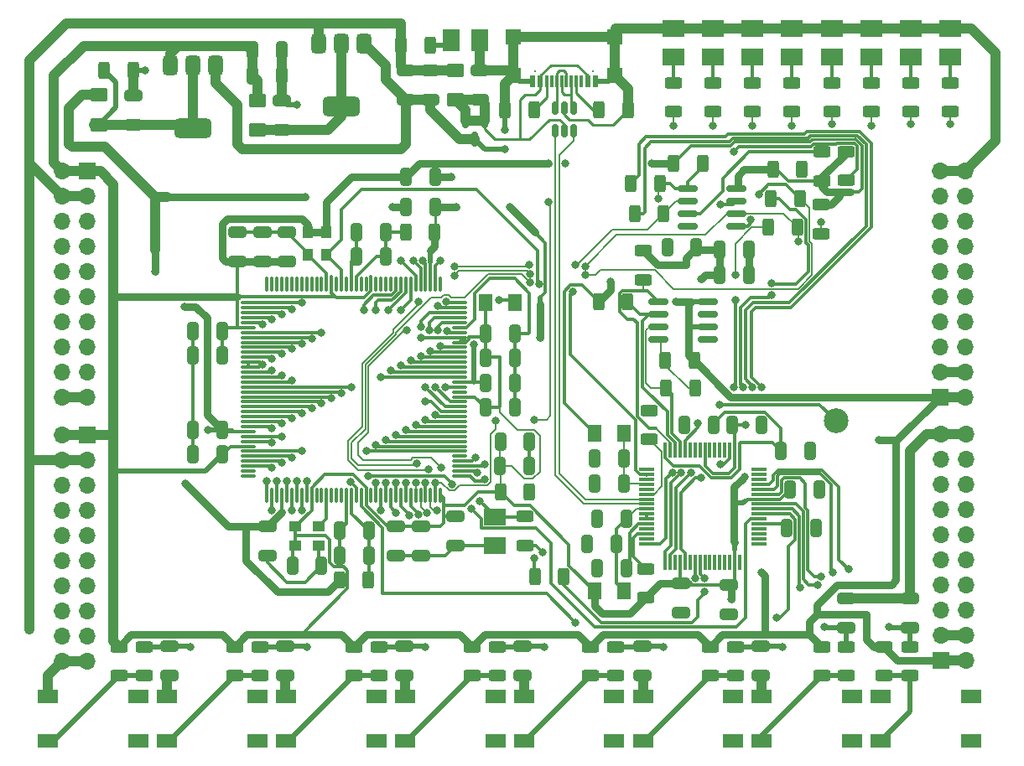
<source format=gbr>
%TF.GenerationSoftware,KiCad,Pcbnew,9.0.4*%
%TF.CreationDate,2025-10-20T22:36:38-03:00*%
%TF.ProjectId,fpga-utn,66706761-2d75-4746-9e2e-6b696361645f,rev?*%
%TF.SameCoordinates,Original*%
%TF.FileFunction,Copper,L1,Top*%
%TF.FilePolarity,Positive*%
%FSLAX46Y46*%
G04 Gerber Fmt 4.6, Leading zero omitted, Abs format (unit mm)*
G04 Created by KiCad (PCBNEW 9.0.4) date 2025-10-20 22:36:38*
%MOMM*%
%LPD*%
G01*
G04 APERTURE LIST*
G04 Aperture macros list*
%AMRoundRect*
0 Rectangle with rounded corners*
0 $1 Rounding radius*
0 $2 $3 $4 $5 $6 $7 $8 $9 X,Y pos of 4 corners*
0 Add a 4 corners polygon primitive as box body*
4,1,4,$2,$3,$4,$5,$6,$7,$8,$9,$2,$3,0*
0 Add four circle primitives for the rounded corners*
1,1,$1+$1,$2,$3*
1,1,$1+$1,$4,$5*
1,1,$1+$1,$6,$7*
1,1,$1+$1,$8,$9*
0 Add four rect primitives between the rounded corners*
20,1,$1+$1,$2,$3,$4,$5,0*
20,1,$1+$1,$4,$5,$6,$7,0*
20,1,$1+$1,$6,$7,$8,$9,0*
20,1,$1+$1,$8,$9,$2,$3,0*%
G04 Aperture macros list end*
%TA.AperFunction,SMDPad,CuDef*%
%ADD10RoundRect,0.150000X-0.825000X-0.150000X0.825000X-0.150000X0.825000X0.150000X-0.825000X0.150000X0*%
%TD*%
%TA.AperFunction,SMDPad,CuDef*%
%ADD11RoundRect,0.250000X-0.312500X-0.625000X0.312500X-0.625000X0.312500X0.625000X-0.312500X0.625000X0*%
%TD*%
%TA.AperFunction,SMDPad,CuDef*%
%ADD12RoundRect,0.250000X0.325000X0.650000X-0.325000X0.650000X-0.325000X-0.650000X0.325000X-0.650000X0*%
%TD*%
%TA.AperFunction,SMDPad,CuDef*%
%ADD13RoundRect,0.250000X0.625000X-0.312500X0.625000X0.312500X-0.625000X0.312500X-0.625000X-0.312500X0*%
%TD*%
%TA.AperFunction,SMDPad,CuDef*%
%ADD14RoundRect,0.250000X0.650000X-0.325000X0.650000X0.325000X-0.650000X0.325000X-0.650000X-0.325000X0*%
%TD*%
%TA.AperFunction,SMDPad,CuDef*%
%ADD15RoundRect,0.250000X-0.650000X0.325000X-0.650000X-0.325000X0.650000X-0.325000X0.650000X0.325000X0*%
%TD*%
%TA.AperFunction,SMDPad,CuDef*%
%ADD16R,2.100000X1.400000*%
%TD*%
%TA.AperFunction,SMDPad,CuDef*%
%ADD17RoundRect,0.075000X-0.700000X-0.075000X0.700000X-0.075000X0.700000X0.075000X-0.700000X0.075000X0*%
%TD*%
%TA.AperFunction,SMDPad,CuDef*%
%ADD18RoundRect,0.075000X-0.075000X-0.700000X0.075000X-0.700000X0.075000X0.700000X-0.075000X0.700000X0*%
%TD*%
%TA.AperFunction,SMDPad,CuDef*%
%ADD19RoundRect,0.250000X0.312500X0.625000X-0.312500X0.625000X-0.312500X-0.625000X0.312500X-0.625000X0*%
%TD*%
%TA.AperFunction,ComponentPad*%
%ADD20R,1.700000X1.700000*%
%TD*%
%TA.AperFunction,ComponentPad*%
%ADD21O,1.700000X1.700000*%
%TD*%
%TA.AperFunction,SMDPad,CuDef*%
%ADD22RoundRect,0.250000X-0.325000X-0.650000X0.325000X-0.650000X0.325000X0.650000X-0.325000X0.650000X0*%
%TD*%
%TA.AperFunction,SMDPad,CuDef*%
%ADD23RoundRect,0.250001X0.624999X-0.462499X0.624999X0.462499X-0.624999X0.462499X-0.624999X-0.462499X0*%
%TD*%
%TA.AperFunction,SMDPad,CuDef*%
%ADD24RoundRect,0.150000X-0.150000X0.587500X-0.150000X-0.587500X0.150000X-0.587500X0.150000X0.587500X0*%
%TD*%
%TA.AperFunction,SMDPad,CuDef*%
%ADD25RoundRect,0.250000X-0.625000X0.312500X-0.625000X-0.312500X0.625000X-0.312500X0.625000X0.312500X0*%
%TD*%
%TA.AperFunction,SMDPad,CuDef*%
%ADD26R,2.300000X1.800000*%
%TD*%
%TA.AperFunction,SMDPad,CuDef*%
%ADD27R,1.300000X1.100000*%
%TD*%
%TA.AperFunction,SMDPad,CuDef*%
%ADD28RoundRect,0.150000X-0.150000X0.512500X-0.150000X-0.512500X0.150000X-0.512500X0.150000X0.512500X0*%
%TD*%
%TA.AperFunction,SMDPad,CuDef*%
%ADD29R,1.800000X2.300000*%
%TD*%
%TA.AperFunction,SMDPad,CuDef*%
%ADD30RoundRect,0.250001X0.462499X0.624999X-0.462499X0.624999X-0.462499X-0.624999X0.462499X-0.624999X0*%
%TD*%
%TA.AperFunction,SMDPad,CuDef*%
%ADD31RoundRect,0.250001X-0.462499X-0.624999X0.462499X-0.624999X0.462499X0.624999X-0.462499X0.624999X0*%
%TD*%
%TA.AperFunction,SMDPad,CuDef*%
%ADD32R,1.100000X1.300000*%
%TD*%
%TA.AperFunction,SMDPad,CuDef*%
%ADD33R,0.600000X1.150000*%
%TD*%
%TA.AperFunction,SMDPad,CuDef*%
%ADD34R,0.300000X1.150000*%
%TD*%
%TA.AperFunction,ComponentPad*%
%ADD35C,0.325000*%
%TD*%
%TA.AperFunction,SMDPad,CuDef*%
%ADD36R,1.500000X1.500000*%
%TD*%
%TA.AperFunction,SMDPad,CuDef*%
%ADD37RoundRect,0.075000X-0.662500X-0.075000X0.662500X-0.075000X0.662500X0.075000X-0.662500X0.075000X0*%
%TD*%
%TA.AperFunction,SMDPad,CuDef*%
%ADD38RoundRect,0.075000X-0.075000X-0.662500X0.075000X-0.662500X0.075000X0.662500X-0.075000X0.662500X0*%
%TD*%
%TA.AperFunction,SMDPad,CuDef*%
%ADD39RoundRect,0.375000X-0.375000X0.625000X-0.375000X-0.625000X0.375000X-0.625000X0.375000X0.625000X0*%
%TD*%
%TA.AperFunction,SMDPad,CuDef*%
%ADD40RoundRect,0.500000X-1.400000X0.500000X-1.400000X-0.500000X1.400000X-0.500000X1.400000X0.500000X0*%
%TD*%
%TA.AperFunction,SMDPad,CuDef*%
%ADD41C,2.500000*%
%TD*%
%TA.AperFunction,ViaPad*%
%ADD42C,0.800000*%
%TD*%
%TA.AperFunction,Conductor*%
%ADD43C,0.250000*%
%TD*%
%TA.AperFunction,Conductor*%
%ADD44C,0.300000*%
%TD*%
%TA.AperFunction,Conductor*%
%ADD45C,1.000000*%
%TD*%
%TA.AperFunction,Conductor*%
%ADD46C,0.500000*%
%TD*%
%TA.AperFunction,Conductor*%
%ADD47C,0.750000*%
%TD*%
%TA.AperFunction,Conductor*%
%ADD48C,0.200000*%
%TD*%
G04 APERTURE END LIST*
D10*
%TO.P,U5,1,CS*%
%TO.N,/Memorias y PLL/EEPROM_CS*%
X191015000Y-103378000D03*
%TO.P,U5,2,SCLK*%
%TO.N,/Memorias y PLL/EEPROM_CLK*%
X191015000Y-104648000D03*
%TO.P,U5,3,DI*%
%TO.N,/Memorias y PLL/EEPROM_DATA*%
X191015000Y-105918000D03*
%TO.P,U5,4,DO*%
%TO.N,Net-(U5-DO)*%
X191015000Y-107188000D03*
%TO.P,U5,5,GND*%
%TO.N,GND*%
X195965000Y-107188000D03*
%TO.P,U5,6,ORG*%
%TO.N,+3V3*%
X195965000Y-105918000D03*
%TO.P,U5,7,NC*%
%TO.N,unconnected-(U5-NC-Pad7)*%
X195965000Y-104648000D03*
%TO.P,U5,8,VCC*%
%TO.N,+3V3*%
X195965000Y-103378000D03*
%TD*%
D11*
%TO.P,R11,1*%
%TO.N,+1V2*%
X158811500Y-131532000D03*
%TO.P,R11,2*%
%TO.N,/Memorias y PLL/VCCPLL2*%
X161736500Y-131532000D03*
%TD*%
D12*
%TO.P,C10,1*%
%TO.N,/USB-FTDI/VPLL*%
X187784000Y-125349000D03*
%TO.P,C10,2*%
%TO.N,GND*%
X184834000Y-125349000D03*
%TD*%
D13*
%TO.P,R6,1*%
%TO.N,+3V3*%
X189738000Y-133288500D03*
%TO.P,R6,2*%
%TO.N,Net-(U4-~{RESET})*%
X189738000Y-130363500D03*
%TD*%
D14*
%TO.P,C40,1*%
%TO.N,/Perifericos/BOT7*%
X209931000Y-136349000D03*
%TO.P,C40,2*%
%TO.N,GND*%
X209931000Y-133399000D03*
%TD*%
D13*
%TO.P,R25,1*%
%TO.N,/Perifericos/LED1*%
X220500000Y-84178500D03*
%TO.P,R25,2*%
%TO.N,Net-(D5-A)*%
X220500000Y-81253500D03*
%TD*%
D15*
%TO.P,C38,1*%
%TO.N,/Perifericos/BOT5*%
X189357000Y-138225000D03*
%TO.P,C38,2*%
%TO.N,GND*%
X189357000Y-141175000D03*
%TD*%
D13*
%TO.P,R21,1*%
%TO.N,/Memorias y PLL/Flash_DONE*%
X177500000Y-128012500D03*
%TO.P,R21,2*%
%TO.N,Net-(D4-A)*%
X177500000Y-125087500D03*
%TD*%
D15*
%TO.P,C32,1*%
%TO.N,+1V2*%
X151525000Y-126100000D03*
%TO.P,C32,2*%
%TO.N,GND*%
X151525000Y-129050000D03*
%TD*%
D16*
%TO.P,SW2,1,1*%
%TO.N,GND*%
X141400000Y-143250000D03*
%TO.P,SW2,2,2*%
%TO.N,Net-(R34-Pad2)*%
X141400000Y-147750000D03*
%TO.P,SW2,3*%
%TO.N,N/C*%
X150500000Y-143250000D03*
%TO.P,SW2,4*%
X150500000Y-147750000D03*
%TD*%
D17*
%TO.P,U4,1,GND*%
%TO.N,GND*%
X189778000Y-120329000D03*
%TO.P,U4,2,OSCI*%
%TO.N,/Perifericos/12MHz_CLK*%
X189778000Y-120829000D03*
%TO.P,U4,3,OSCO*%
%TO.N,unconnected-(U4-OSCO-Pad3)*%
X189778000Y-121329000D03*
%TO.P,U4,4,VPHY*%
%TO.N,/USB-FTDI/VPHY*%
X189778000Y-121829000D03*
%TO.P,U4,5,GND*%
%TO.N,GND*%
X189778000Y-122329000D03*
%TO.P,U4,6,REF*%
%TO.N,Net-(U4-REF)*%
X189778000Y-122829000D03*
%TO.P,U4,7,DM*%
%TO.N,/Power Supply/D-*%
X189778000Y-123329000D03*
%TO.P,U4,8,DP*%
%TO.N,/Power Supply/D+*%
X189778000Y-123829000D03*
%TO.P,U4,9,VPLL*%
%TO.N,/USB-FTDI/VPLL*%
X189778000Y-124329000D03*
%TO.P,U4,10,AGND*%
%TO.N,GND*%
X189778000Y-124829000D03*
%TO.P,U4,11,GND*%
X189778000Y-125329000D03*
%TO.P,U4,12,VCORE*%
%TO.N,+1V8*%
X189778000Y-125829000D03*
%TO.P,U4,13,TEST*%
%TO.N,GND*%
X189778000Y-126329000D03*
%TO.P,U4,14,~{RESET}*%
%TO.N,Net-(U4-~{RESET})*%
X189778000Y-126829000D03*
%TO.P,U4,15,GND*%
%TO.N,GND*%
X189778000Y-127329000D03*
%TO.P,U4,16,ADBUS0*%
%TO.N,/Memorias y PLL/Flash_SCK*%
X189778000Y-127829000D03*
D18*
%TO.P,U4,17,ADBUS1*%
%TO.N,/Memorias y PLL/Flash_DI*%
X191703000Y-129754000D03*
%TO.P,U4,18,ADBUS2*%
%TO.N,/Memorias y PLL/Flash_DO*%
X192203000Y-129754000D03*
%TO.P,U4,19,ADBUS3*%
%TO.N,unconnected-(U4-ADBUS3-Pad19)*%
X192703000Y-129754000D03*
%TO.P,U4,20,VCCIO*%
%TO.N,+3V3*%
X193203000Y-129754000D03*
%TO.P,U4,21,ADBUS4*%
%TO.N,/Memorias y PLL/Flash_CS*%
X193703000Y-129754000D03*
%TO.P,U4,22,ADBUS5*%
%TO.N,unconnected-(U4-ADBUS5-Pad22)*%
X194203000Y-129754000D03*
%TO.P,U4,23,ADBUS6*%
%TO.N,/Memorias y PLL/Flash_DONE*%
X194703000Y-129754000D03*
%TO.P,U4,24,ADBUS7*%
%TO.N,/Memorias y PLL/Flash_RESET*%
X195203000Y-129754000D03*
%TO.P,U4,25,GND*%
%TO.N,GND*%
X195703000Y-129754000D03*
%TO.P,U4,26,ACBUS0*%
%TO.N,unconnected-(U4-ACBUS0-Pad26)*%
X196203000Y-129754000D03*
%TO.P,U4,27,ACBUS1*%
%TO.N,unconnected-(U4-ACBUS1-Pad27)*%
X196703000Y-129754000D03*
%TO.P,U4,28,ACBUS2*%
%TO.N,unconnected-(U4-ACBUS2-Pad28)*%
X197203000Y-129754000D03*
%TO.P,U4,29,ACBUS3*%
%TO.N,unconnected-(U4-ACBUS3-Pad29)*%
X197703000Y-129754000D03*
%TO.P,U4,30,ACBUS4*%
%TO.N,unconnected-(U4-ACBUS4-Pad30)*%
X198203000Y-129754000D03*
%TO.P,U4,31,VCCIO*%
%TO.N,+3V3*%
X198703000Y-129754000D03*
%TO.P,U4,32,ACBUS5*%
%TO.N,unconnected-(U4-ACBUS5-Pad32)*%
X199203000Y-129754000D03*
D17*
%TO.P,U4,33,ACBUS6*%
%TO.N,unconnected-(U4-ACBUS6-Pad33)*%
X201128000Y-127829000D03*
%TO.P,U4,34,ACBUS7*%
%TO.N,unconnected-(U4-ACBUS7-Pad34)*%
X201128000Y-127329000D03*
%TO.P,U4,35,GND*%
%TO.N,GND*%
X201128000Y-126829000D03*
%TO.P,U4,36,~{SUSPEND}*%
%TO.N,unconnected-(U4-~{SUSPEND}-Pad36)*%
X201128000Y-126329000D03*
%TO.P,U4,37,VCORE*%
%TO.N,+1V8*%
X201128000Y-125829000D03*
%TO.P,U4,38,BDBUS0*%
%TO.N,/Perifericos/VUART_Rx*%
X201128000Y-125329000D03*
%TO.P,U4,39,BDBUS1*%
%TO.N,/Perifericos/VUART_Tx*%
X201128000Y-124829000D03*
%TO.P,U4,40,BDBUS2*%
%TO.N,/Perifericos/VUART_RTS*%
X201128000Y-124329000D03*
%TO.P,U4,41,BDBUS3*%
%TO.N,/Perifericos/VUART_CTS*%
X201128000Y-123829000D03*
%TO.P,U4,42,VCCIO*%
%TO.N,+3V3*%
X201128000Y-123329000D03*
%TO.P,U4,43,BDBUS4*%
%TO.N,/Perifericos/VUART_DTR*%
X201128000Y-122829000D03*
%TO.P,U4,44,BDBUS5*%
%TO.N,/Perifericos/VUART_DSR*%
X201128000Y-122329000D03*
%TO.P,U4,45,BDBUS6*%
%TO.N,/Perifericos/VUART_DCD*%
X201128000Y-121829000D03*
%TO.P,U4,46,BDBUS7*%
%TO.N,unconnected-(U4-BDBUS7-Pad46)*%
X201128000Y-121329000D03*
%TO.P,U4,47,GND*%
%TO.N,GND*%
X201128000Y-120829000D03*
%TO.P,U4,48,BCBUS0*%
%TO.N,unconnected-(U4-BCBUS0-Pad48)*%
X201128000Y-120329000D03*
D18*
%TO.P,U4,49,VREGOUT*%
%TO.N,+1V8*%
X199203000Y-118404000D03*
%TO.P,U4,50,VREGIN*%
%TO.N,+3V3*%
X198703000Y-118404000D03*
%TO.P,U4,51,GND*%
%TO.N,GND*%
X198203000Y-118404000D03*
%TO.P,U4,52,BCBUS1*%
%TO.N,unconnected-(U4-BCBUS1-Pad52)*%
X197703000Y-118404000D03*
%TO.P,U4,53,BCBUS2*%
%TO.N,unconnected-(U4-BCBUS2-Pad53)*%
X197203000Y-118404000D03*
%TO.P,U4,54,BCBUS3*%
%TO.N,unconnected-(U4-BCBUS3-Pad54)*%
X196703000Y-118404000D03*
%TO.P,U4,55,BCBUS4*%
%TO.N,unconnected-(U4-BCBUS4-Pad55)*%
X196203000Y-118404000D03*
%TO.P,U4,56,VCCIO*%
%TO.N,+3V3*%
X195703000Y-118404000D03*
%TO.P,U4,57,BCBUS5*%
%TO.N,unconnected-(U4-BCBUS5-Pad57)*%
X195203000Y-118404000D03*
%TO.P,U4,58,BCBUS6*%
%TO.N,unconnected-(U4-BCBUS6-Pad58)*%
X194703000Y-118404000D03*
%TO.P,U4,59,BCBUS7*%
%TO.N,unconnected-(U4-BCBUS7-Pad59)*%
X194203000Y-118404000D03*
%TO.P,U4,60,~{PWREN}*%
%TO.N,Net-(U4-~{PWREN})*%
X193703000Y-118404000D03*
%TO.P,U4,61,EEDATA*%
%TO.N,/Memorias y PLL/EEPROM_DATA*%
X193203000Y-118404000D03*
%TO.P,U4,62,EECLK*%
%TO.N,/Memorias y PLL/EEPROM_CLK*%
X192703000Y-118404000D03*
%TO.P,U4,63,EECS*%
%TO.N,/Memorias y PLL/EEPROM_CS*%
X192203000Y-118404000D03*
%TO.P,U4,64,VCORE*%
%TO.N,+1V8*%
X191703000Y-118404000D03*
%TD*%
D19*
%TO.P,R9,1*%
%TO.N,+1V2*%
X168425000Y-96337500D03*
%TO.P,R9,2*%
%TO.N,/Memorias y PLL/VCCPLL1*%
X165500000Y-96337500D03*
%TD*%
D15*
%TO.P,C51,1*%
%TO.N,+3V3*%
X164525000Y-126050000D03*
%TO.P,C51,2*%
%TO.N,GND*%
X164525000Y-129000000D03*
%TD*%
D12*
%TO.P,C23,1*%
%TO.N,+3V3*%
X194847000Y-97917000D03*
%TO.P,C23,2*%
%TO.N,GND*%
X191897000Y-97917000D03*
%TD*%
D20*
%TO.P,P3,1,3V3*%
%TO.N,+3V3*%
X219500000Y-139660000D03*
D21*
%TO.P,P3,2,3V3*%
X222040000Y-139660000D03*
%TO.P,P3,3,5V*%
%TO.N,+5V*%
X219500000Y-137120000D03*
%TO.P,P3,4,5V*%
X222040000Y-137120000D03*
%TO.P,P3,5,IO1*%
%TO.N,Net-(P3-IO1)*%
X219500000Y-134580000D03*
%TO.P,P3,6,IO2*%
%TO.N,Net-(P3-IO2)*%
X222040000Y-134580000D03*
%TO.P,P3,7,IO3*%
%TO.N,Net-(P3-IO3)*%
X219500000Y-132040000D03*
%TO.P,P3,8,IO4*%
%TO.N,Net-(P3-IO4)*%
X222040000Y-132040000D03*
%TO.P,P3,9,IO5*%
%TO.N,Net-(P3-IO5)*%
X219500000Y-129500000D03*
%TO.P,P3,10,IO6*%
%TO.N,Net-(P3-IO6)*%
X222040000Y-129500000D03*
%TO.P,P3,11,IO7*%
%TO.N,Net-(P3-IO7)*%
X219500000Y-126960000D03*
%TO.P,P3,12,IO8*%
%TO.N,Net-(P3-IO8)*%
X222040000Y-126960000D03*
%TO.P,P3,13,IO9*%
%TO.N,Net-(P3-IO9)*%
X219500000Y-124420000D03*
%TO.P,P3,14,IO10*%
%TO.N,Net-(P3-IO10)*%
X222040000Y-124420000D03*
%TO.P,P3,15,IO11*%
%TO.N,Net-(P3-IO11)*%
X219500000Y-121880000D03*
%TO.P,P3,16,IO12*%
%TO.N,Net-(P3-IO12)*%
X222040000Y-121880000D03*
%TO.P,P3,17,IO13*%
%TO.N,Net-(P3-IO13)*%
X219500000Y-119340000D03*
%TO.P,P3,18,IO14*%
%TO.N,Net-(P3-IO14)*%
X222040000Y-119340000D03*
%TO.P,P3,19,GND*%
%TO.N,GND*%
X219500000Y-116800000D03*
%TO.P,P3,20,GND*%
X222040000Y-116800000D03*
%TD*%
D15*
%TO.P,C3,1*%
%TO.N,+5V*%
X165500000Y-80025000D03*
%TO.P,C3,2*%
%TO.N,GND*%
X165500000Y-82975000D03*
%TD*%
D11*
%TO.P,R2,1*%
%TO.N,+5V*%
X165037500Y-77500000D03*
%TO.P,R2,2*%
%TO.N,Net-(D2-A)*%
X167962500Y-77500000D03*
%TD*%
D22*
%TO.P,C27,1*%
%TO.N,+3V3*%
X197153000Y-100711000D03*
%TO.P,C27,2*%
%TO.N,GND*%
X200103000Y-100711000D03*
%TD*%
D15*
%TO.P,C14,1*%
%TO.N,+3V3*%
X198120000Y-132002000D03*
%TO.P,C14,2*%
%TO.N,GND*%
X198120000Y-134952000D03*
%TD*%
D23*
%TO.P,FB3,1*%
%TO.N,Net-(U2-VO)*%
X134537500Y-85485000D03*
%TO.P,FB3,2*%
%TO.N,+1V2*%
X134537500Y-82510000D03*
%TD*%
D24*
%TO.P,D1,1,K*%
%TO.N,Net-(U3-VBUS)*%
X173450000Y-85062500D03*
%TO.P,D1,2,K*%
X171550000Y-85062500D03*
%TO.P,D1,3,A*%
%TO.N,GND*%
X172500000Y-86937500D03*
%TD*%
D16*
%TO.P,SW4,1,1*%
%TO.N,GND*%
X165450000Y-143250000D03*
%TO.P,SW4,2,2*%
%TO.N,Net-(R36-Pad2)*%
X165450000Y-147750000D03*
%TO.P,SW4,3*%
%TO.N,N/C*%
X174550000Y-143250000D03*
%TO.P,SW4,4*%
X174550000Y-147750000D03*
%TD*%
D12*
%TO.P,C53,1*%
%TO.N,+3V3*%
X146950000Y-106337500D03*
%TO.P,C53,2*%
%TO.N,GND*%
X144000000Y-106337500D03*
%TD*%
D25*
%TO.P,R5,1*%
%TO.N,GND*%
X190093600Y-114361500D03*
%TO.P,R5,2*%
%TO.N,Net-(U4-REF)*%
X190093600Y-117286500D03*
%TD*%
D15*
%TO.P,C37,1*%
%TO.N,/Perifericos/BOT4*%
X177292000Y-138225000D03*
%TO.P,C37,2*%
%TO.N,GND*%
X177292000Y-141175000D03*
%TD*%
D25*
%TO.P,R23,1*%
%TO.N,+3V3*%
X209931000Y-88199500D03*
%TO.P,R23,2*%
%TO.N,Net-(U7-~{HOLD})*%
X209931000Y-91124500D03*
%TD*%
D26*
%TO.P,D12,1,K*%
%TO.N,GND*%
X192500000Y-75766000D03*
%TO.P,D12,2,A*%
%TO.N,Net-(D12-A)*%
X192500000Y-78666000D03*
%TD*%
D22*
%TO.P,C5,1*%
%TO.N,+3V3*%
X150025000Y-80525000D03*
%TO.P,C5,2*%
%TO.N,GND*%
X152975000Y-80525000D03*
%TD*%
D16*
%TO.P,SW3,1,1*%
%TO.N,GND*%
X153450000Y-143250000D03*
%TO.P,SW3,2,2*%
%TO.N,Net-(R35-Pad2)*%
X153450000Y-147750000D03*
%TO.P,SW3,3*%
%TO.N,N/C*%
X162550000Y-143250000D03*
%TO.P,SW3,4*%
X162550000Y-147750000D03*
%TD*%
D13*
%TO.P,R44,1*%
%TO.N,Net-(R36-Pad2)*%
X174752000Y-141162500D03*
%TO.P,R44,2*%
%TO.N,/Perifericos/BOT4*%
X174752000Y-138237500D03*
%TD*%
D12*
%TO.P,C8,1*%
%TO.N,/USB-FTDI/VPHY*%
X187530000Y-121793000D03*
%TO.P,C8,2*%
%TO.N,GND*%
X184580000Y-121793000D03*
%TD*%
D26*
%TO.P,D6,1,K*%
%TO.N,GND*%
X216500000Y-75766000D03*
%TO.P,D6,2,A*%
%TO.N,Net-(D6-A)*%
X216500000Y-78666000D03*
%TD*%
D23*
%TO.P,FB2,1*%
%TO.N,Net-(U1-VO)*%
X150525000Y-86012500D03*
%TO.P,FB2,2*%
%TO.N,+3V3*%
X150525000Y-83037500D03*
%TD*%
D11*
%TO.P,R10,1*%
%TO.N,/Memorias y PLL/EEPROM_DATA*%
X191770000Y-112141000D03*
%TO.P,R10,2*%
%TO.N,Net-(U5-DO)*%
X194695000Y-112141000D03*
%TD*%
D27*
%TO.P,Y2,1,TRI-STATE*%
%TO.N,+3V3*%
X154375000Y-128000000D03*
%TO.P,Y2,2,GND*%
%TO.N,GND*%
X156675000Y-128000000D03*
%TO.P,Y2,3,OUTPUT*%
%TO.N,Net-(U6C-IOB_81_GBIN5)*%
X156675000Y-126100000D03*
%TO.P,Y2,4,VDD*%
%TO.N,+3V3*%
X154375000Y-126100000D03*
%TD*%
D28*
%TO.P,U3,1,I/O1*%
%TO.N,Net-(J1-D--PadA7)*%
X182450000Y-83862500D03*
%TO.P,U3,2,GND*%
%TO.N,GND*%
X181500000Y-83862500D03*
%TO.P,U3,3,I/O2*%
%TO.N,Net-(J1-D+-PadA6)*%
X180550000Y-83862500D03*
%TO.P,U3,4,I/O2*%
%TO.N,/Power Supply/D+*%
X180550000Y-86137500D03*
%TO.P,U3,5,VBUS*%
%TO.N,Net-(U3-VBUS)*%
X181500000Y-86137500D03*
%TO.P,U3,6,I/O1*%
%TO.N,/Power Supply/D-*%
X182450000Y-86137500D03*
%TD*%
D15*
%TO.P,C13,1*%
%TO.N,+3V3*%
X193319400Y-131875000D03*
%TO.P,C13,2*%
%TO.N,GND*%
X193319400Y-134825000D03*
%TD*%
D25*
%TO.P,R20,1*%
%TO.N,+3V3*%
X207391000Y-93595000D03*
%TO.P,R20,2*%
%TO.N,Net-(U6E-IOB_107_SCK)*%
X207391000Y-96520000D03*
%TD*%
%TO.P,R37,1*%
%TO.N,+3V3*%
X184150000Y-138237500D03*
%TO.P,R37,2*%
%TO.N,Net-(R37-Pad2)*%
X184150000Y-141162500D03*
%TD*%
D22*
%TO.P,C29,1*%
%TO.N,+3V3*%
X175050000Y-117500000D03*
%TO.P,C29,2*%
%TO.N,GND*%
X178000000Y-117500000D03*
%TD*%
D12*
%TO.P,C54,1*%
%TO.N,+3V3*%
X146950000Y-118837500D03*
%TO.P,C54,2*%
%TO.N,GND*%
X144000000Y-118837500D03*
%TD*%
D15*
%TO.P,C2,1*%
%TO.N,+5V*%
X168000000Y-80025000D03*
%TO.P,C2,2*%
%TO.N,GND*%
X168000000Y-82975000D03*
%TD*%
D22*
%TO.P,C12,1*%
%TO.N,+1V8*%
X203376000Y-118491000D03*
%TO.P,C12,2*%
%TO.N,GND*%
X206326000Y-118491000D03*
%TD*%
D14*
%TO.P,C43,1*%
%TO.N,+3V3*%
X148500000Y-99312500D03*
%TO.P,C43,2*%
%TO.N,GND*%
X148500000Y-96362500D03*
%TD*%
D15*
%TO.P,C35,1*%
%TO.N,/Perifericos/BOT2*%
X153289000Y-138225000D03*
%TO.P,C35,2*%
%TO.N,GND*%
X153289000Y-141175000D03*
%TD*%
D29*
%TO.P,D2,1,K*%
%TO.N,GND*%
X172950000Y-77000000D03*
%TO.P,D2,2,A*%
%TO.N,Net-(D2-A)*%
X170050000Y-77000000D03*
%TD*%
D14*
%TO.P,C4,1*%
%TO.N,Net-(U1-VO)*%
X153025000Y-86000000D03*
%TO.P,C4,2*%
%TO.N,GND*%
X153025000Y-83050000D03*
%TD*%
D12*
%TO.P,C18,1*%
%TO.N,+1V8*%
X187784000Y-130302000D03*
%TO.P,C18,2*%
%TO.N,GND*%
X184834000Y-130302000D03*
%TD*%
D22*
%TO.P,C26,1*%
%TO.N,+3V3*%
X197153000Y-98171000D03*
%TO.P,C26,2*%
%TO.N,GND*%
X200103000Y-98171000D03*
%TD*%
%TO.P,C16,1*%
%TO.N,+3V3*%
X198423000Y-115824000D03*
%TO.P,C16,2*%
%TO.N,GND*%
X201373000Y-115824000D03*
%TD*%
D30*
%TO.P,D3,1,K*%
%TO.N,Net-(D3-K)*%
X176512500Y-103500000D03*
%TO.P,D3,2,A*%
%TO.N,+3V3*%
X173537500Y-103500000D03*
%TD*%
D12*
%TO.P,C24,1*%
%TO.N,/Memorias y PLL/VCCPLL2*%
X161761500Y-126532000D03*
%TO.P,C24,2*%
%TO.N,/Memorias y PLL/GNDPLL2*%
X158811500Y-126532000D03*
%TD*%
D16*
%TO.P,SW6,1,1*%
%TO.N,GND*%
X189450000Y-143250000D03*
%TO.P,SW6,2,2*%
%TO.N,Net-(R38-Pad2)*%
X189450000Y-147750000D03*
%TO.P,SW6,3*%
%TO.N,N/C*%
X198550000Y-143250000D03*
%TO.P,SW6,4*%
X198550000Y-147750000D03*
%TD*%
D13*
%TO.P,R32,1*%
%TO.N,/Perifericos/LED8*%
X192500000Y-84178500D03*
%TO.P,R32,2*%
%TO.N,Net-(D12-A)*%
X192500000Y-81253500D03*
%TD*%
D11*
%TO.P,R19,1*%
%TO.N,+3V3*%
X192528000Y-89408000D03*
%TO.P,R19,2*%
%TO.N,Net-(U6E-IOB_108_SS)*%
X195453000Y-89408000D03*
%TD*%
D25*
%TO.P,R8,1*%
%TO.N,+3V3*%
X189484000Y-98232500D03*
%TO.P,R8,2*%
%TO.N,/Memorias y PLL/EEPROM_CS*%
X189484000Y-101157500D03*
%TD*%
D22*
%TO.P,C21,1*%
%TO.N,/Memorias y PLL/GNDPLL1*%
X160500000Y-98837500D03*
%TO.P,C21,2*%
%TO.N,/Memorias y PLL/VCCPLL1*%
X163450000Y-98837500D03*
%TD*%
D14*
%TO.P,C17,1*%
%TO.N,+3V3*%
X153500000Y-99287500D03*
%TO.P,C17,2*%
%TO.N,GND*%
X153500000Y-96337500D03*
%TD*%
D25*
%TO.P,R38,1*%
%TO.N,+3V3*%
X196215000Y-138237500D03*
%TO.P,R38,2*%
%TO.N,Net-(R38-Pad2)*%
X196215000Y-141162500D03*
%TD*%
D26*
%TO.P,D4,1,K*%
%TO.N,GND*%
X174500000Y-128037500D03*
%TO.P,D4,2,A*%
%TO.N,Net-(D4-A)*%
X174500000Y-125137500D03*
%TD*%
D31*
%TO.P,FB5,1*%
%TO.N,+3V3*%
X184531000Y-132588000D03*
%TO.P,FB5,2*%
%TO.N,/USB-FTDI/VPLL*%
X187506000Y-132588000D03*
%TD*%
D12*
%TO.P,C31,1*%
%TO.N,+1V2*%
X146975000Y-116337500D03*
%TO.P,C31,2*%
%TO.N,GND*%
X144025000Y-116337500D03*
%TD*%
D25*
%TO.P,R36,1*%
%TO.N,+3V3*%
X172212000Y-138237500D03*
%TO.P,R36,2*%
%TO.N,Net-(R36-Pad2)*%
X172212000Y-141162500D03*
%TD*%
D32*
%TO.P,Y1,1,TRI-STATE*%
%TO.N,+3V3*%
X155600000Y-96350000D03*
%TO.P,Y1,2,GND*%
%TO.N,GND*%
X155600000Y-98650000D03*
%TO.P,Y1,3,OUTPUT*%
%TO.N,/Perifericos/12MHz_CLK*%
X157500000Y-98650000D03*
%TO.P,Y1,4,VDD*%
%TO.N,+3V3*%
X157500000Y-96350000D03*
%TD*%
D22*
%TO.P,C42,1*%
%TO.N,+3V3*%
X154050000Y-130050000D03*
%TO.P,C42,2*%
%TO.N,GND*%
X157000000Y-130050000D03*
%TD*%
D33*
%TO.P,J1,A1,GND*%
%TO.N,GND*%
X184675000Y-81140000D03*
%TO.P,J1,A4,VBUS*%
%TO.N,Net-(U3-VBUS)*%
X183875000Y-81140000D03*
D34*
%TO.P,J1,A5,CC1*%
%TO.N,Net-(J1-CC1)*%
X182725000Y-81140000D03*
%TO.P,J1,A6,D+*%
%TO.N,Net-(J1-D+-PadA6)*%
X181725000Y-81140000D03*
%TO.P,J1,A7,D-*%
%TO.N,Net-(J1-D--PadA7)*%
X181225000Y-81140000D03*
%TO.P,J1,A8,SBU1*%
%TO.N,unconnected-(J1-SBU1-PadA8)*%
X180225000Y-81140000D03*
D33*
%TO.P,J1,A9,VBUS*%
%TO.N,Net-(U3-VBUS)*%
X179075000Y-81140000D03*
%TO.P,J1,A12,GND*%
%TO.N,GND*%
X178275000Y-81140000D03*
%TO.P,J1,B1,GND*%
X178275000Y-81140000D03*
%TO.P,J1,B4,VBUS*%
%TO.N,Net-(U3-VBUS)*%
X179075000Y-81140000D03*
D34*
%TO.P,J1,B5,CC2*%
%TO.N,Net-(J1-CC2)*%
X179725000Y-81140000D03*
%TO.P,J1,B6,D+*%
%TO.N,Net-(J1-D+-PadA6)*%
X180725000Y-81140000D03*
%TO.P,J1,B7,D-*%
%TO.N,Net-(J1-D--PadA7)*%
X182225000Y-81140000D03*
%TO.P,J1,B8,SBU2*%
%TO.N,unconnected-(J1-SBU2-PadB8)*%
X183225000Y-81140000D03*
D33*
%TO.P,J1,B9,VBUS*%
%TO.N,Net-(U3-VBUS)*%
X183875000Y-81140000D03*
%TO.P,J1,B12,GND*%
%TO.N,GND*%
X184675000Y-81140000D03*
D35*
%TO.P,J1,MH1*%
%TO.N,N/C*%
X184365000Y-80065000D03*
%TO.P,J1,MH2*%
X178585000Y-80065000D03*
D36*
%TO.P,J1,S1,SHIELD*%
%TO.N,GND*%
X186595000Y-80565000D03*
X186595000Y-76635000D03*
X176355000Y-80565000D03*
X176355000Y-76635000D03*
%TD*%
D22*
%TO.P,C48,1*%
%TO.N,+3V3*%
X173550000Y-106587500D03*
%TO.P,C48,2*%
%TO.N,GND*%
X176500000Y-106587500D03*
%TD*%
D31*
%TO.P,FB4,1*%
%TO.N,+3V3*%
X184567500Y-116713000D03*
%TO.P,FB4,2*%
%TO.N,/USB-FTDI/VPHY*%
X187542500Y-116713000D03*
%TD*%
D26*
%TO.P,D10,1,K*%
%TO.N,GND*%
X200500000Y-75766000D03*
%TO.P,D10,2,A*%
%TO.N,Net-(D10-A)*%
X200500000Y-78666000D03*
%TD*%
D13*
%TO.P,R30,1*%
%TO.N,/Perifericos/LED6*%
X200500000Y-84178500D03*
%TO.P,R30,2*%
%TO.N,Net-(D10-A)*%
X200500000Y-81253500D03*
%TD*%
D25*
%TO.P,R39,1*%
%TO.N,+3V3*%
X207518000Y-138237500D03*
%TO.P,R39,2*%
%TO.N,Net-(R39-Pad2)*%
X207518000Y-141162500D03*
%TD*%
D11*
%TO.P,R15,1*%
%TO.N,/Memorias y PLL/Flash_DI*%
X202372500Y-92964000D03*
%TO.P,R15,2*%
%TO.N,Net-(U6E-IOB_105_SDO)*%
X205297500Y-92964000D03*
%TD*%
D20*
%TO.P,P1,1,3V3*%
%TO.N,+3V3*%
X133350000Y-90170000D03*
D21*
%TO.P,P1,2,3V3*%
X130810000Y-90170000D03*
%TO.P,P1,3,5V*%
%TO.N,+5V*%
X133350000Y-92710000D03*
%TO.P,P1,4,5V*%
X130810000Y-92710000D03*
%TO.P,P1,5,IO1*%
%TO.N,Net-(P1-IO1)*%
X133350000Y-95250000D03*
%TO.P,P1,6,IO2*%
%TO.N,Net-(P1-IO2)*%
X130810000Y-95250000D03*
%TO.P,P1,7,IO3*%
%TO.N,Net-(P1-IO3)*%
X133350000Y-97790000D03*
%TO.P,P1,8,IO4*%
%TO.N,Net-(P1-IO4)*%
X130810000Y-97790000D03*
%TO.P,P1,9,IO5*%
%TO.N,Net-(P1-IO5)*%
X133350000Y-100330000D03*
%TO.P,P1,10,IO6*%
%TO.N,Net-(P1-IO6)*%
X130810000Y-100330000D03*
%TO.P,P1,11,IO7*%
%TO.N,Net-(P1-IO7)*%
X133350000Y-102870000D03*
%TO.P,P1,12,IO8*%
%TO.N,Net-(P1-IO8)*%
X130810000Y-102870000D03*
%TO.P,P1,13,IO9*%
%TO.N,Net-(P1-IO9)*%
X133350000Y-105410000D03*
%TO.P,P1,14,IO10*%
%TO.N,Net-(P1-IO10)*%
X130810000Y-105410000D03*
%TO.P,P1,15,IO11*%
%TO.N,Net-(P1-IO11)*%
X133350000Y-107950000D03*
%TO.P,P1,16,IO12*%
%TO.N,Net-(P1-IO12)*%
X130810000Y-107950000D03*
%TO.P,P1,17,IO13*%
%TO.N,Net-(P1-IO13)*%
X133350000Y-110490000D03*
%TO.P,P1,18,IO14*%
%TO.N,Net-(P1-IO14)*%
X130810000Y-110490000D03*
%TO.P,P1,19,GND*%
%TO.N,GND*%
X133350000Y-113030000D03*
%TO.P,P1,20,GND*%
X130810000Y-113030000D03*
%TD*%
D13*
%TO.P,R41,1*%
%TO.N,Net-(R33-Pad2)*%
X139065000Y-141162500D03*
%TO.P,R41,2*%
%TO.N,/Perifericos/BOT1*%
X139065000Y-138237500D03*
%TD*%
D12*
%TO.P,C52,1*%
%TO.N,+3V3*%
X146950000Y-108837500D03*
%TO.P,C52,2*%
%TO.N,GND*%
X144000000Y-108837500D03*
%TD*%
%TO.P,C11,1*%
%TO.N,/USB-FTDI/VPLL*%
X186768000Y-127889000D03*
%TO.P,C11,2*%
%TO.N,GND*%
X183818000Y-127889000D03*
%TD*%
D13*
%TO.P,R46,1*%
%TO.N,Net-(R38-Pad2)*%
X198755000Y-141162500D03*
%TO.P,R46,2*%
%TO.N,/Perifericos/BOT6*%
X198755000Y-138237500D03*
%TD*%
D10*
%TO.P,U7,1,~{CS}*%
%TO.N,Net-(U6E-IOB_108_SS)*%
X193932000Y-91948000D03*
%TO.P,U7,2,DO(IO1)*%
%TO.N,Net-(U6E-IOB_106_SDI)*%
X193932000Y-93218000D03*
%TO.P,U7,3,~{WP}*%
%TO.N,Net-(U7-~{WP})*%
X193932000Y-94488000D03*
%TO.P,U7,4,GND*%
%TO.N,GND*%
X193932000Y-95758000D03*
%TO.P,U7,5,DI(IO0)*%
%TO.N,Net-(U6E-IOB_105_SDO)*%
X198882000Y-95758000D03*
%TO.P,U7,6,SCK*%
%TO.N,Net-(U6E-IOB_107_SCK)*%
X198882000Y-94488000D03*
%TO.P,U7,7,~{HOLD}*%
%TO.N,Net-(U7-~{HOLD})*%
X198882000Y-93218000D03*
%TO.P,U7,8,VCC*%
%TO.N,+3V3*%
X198882000Y-91948000D03*
%TD*%
D11*
%TO.P,R1,1*%
%TO.N,Net-(J1-CC1)*%
X185000000Y-84000000D03*
%TO.P,R1,2*%
%TO.N,GND*%
X187925000Y-84000000D03*
%TD*%
D26*
%TO.P,D7,1,K*%
%TO.N,GND*%
X212500000Y-75766000D03*
%TO.P,D7,2,A*%
%TO.N,Net-(D7-A)*%
X212500000Y-78666000D03*
%TD*%
D15*
%TO.P,C49,1*%
%TO.N,+3V3*%
X167025000Y-126050000D03*
%TO.P,C49,2*%
%TO.N,GND*%
X167025000Y-129000000D03*
%TD*%
D13*
%TO.P,R28,1*%
%TO.N,/Perifericos/LED4*%
X208500000Y-84178500D03*
%TO.P,R28,2*%
%TO.N,Net-(D8-A)*%
X208500000Y-81253500D03*
%TD*%
%TO.P,R47,1*%
%TO.N,Net-(R39-Pad2)*%
X209931000Y-141162500D03*
%TO.P,R47,2*%
%TO.N,/Perifericos/BOT7*%
X209931000Y-138237500D03*
%TD*%
D25*
%TO.P,R35,1*%
%TO.N,+3V3*%
X160274000Y-138237500D03*
%TO.P,R35,2*%
%TO.N,Net-(R35-Pad2)*%
X160274000Y-141162500D03*
%TD*%
D13*
%TO.P,R29,1*%
%TO.N,/Perifericos/LED5*%
X204500000Y-84178500D03*
%TO.P,R29,2*%
%TO.N,Net-(D9-A)*%
X204500000Y-81253500D03*
%TD*%
D12*
%TO.P,C30,1*%
%TO.N,+1V2*%
X168450000Y-93837500D03*
%TO.P,C30,2*%
%TO.N,GND*%
X165500000Y-93837500D03*
%TD*%
D13*
%TO.P,R48,1*%
%TO.N,Net-(R40-Pad2)*%
X216408000Y-141162500D03*
%TO.P,R48,2*%
%TO.N,/Perifericos/BOT8*%
X216408000Y-138237500D03*
%TD*%
D11*
%TO.P,R16,1*%
%TO.N,/Memorias y PLL/Flash_DO*%
X188591000Y-94488000D03*
%TO.P,R16,2*%
%TO.N,Net-(U6E-IOB_106_SDI)*%
X191516000Y-94488000D03*
%TD*%
D15*
%TO.P,C34,1*%
%TO.N,/Perifericos/BOT1*%
X141605000Y-138225000D03*
%TO.P,C34,2*%
%TO.N,GND*%
X141605000Y-141175000D03*
%TD*%
D25*
%TO.P,R22,1*%
%TO.N,Net-(U7-~{WP})*%
X207518000Y-88261000D03*
%TO.P,R22,2*%
%TO.N,+3V3*%
X207518000Y-91186000D03*
%TD*%
D26*
%TO.P,D9,1,K*%
%TO.N,GND*%
X204500000Y-75766000D03*
%TO.P,D9,2,A*%
%TO.N,Net-(D9-A)*%
X204500000Y-78666000D03*
%TD*%
D25*
%TO.P,R33,1*%
%TO.N,+3V3*%
X136525000Y-138237500D03*
%TO.P,R33,2*%
%TO.N,Net-(R33-Pad2)*%
X136525000Y-141162500D03*
%TD*%
D13*
%TO.P,R43,1*%
%TO.N,Net-(R35-Pad2)*%
X162814000Y-141162500D03*
%TO.P,R43,2*%
%TO.N,/Perifericos/BOT3*%
X162814000Y-138237500D03*
%TD*%
D16*
%TO.P,SW5,1,1*%
%TO.N,GND*%
X177450000Y-143250000D03*
%TO.P,SW5,2,2*%
%TO.N,Net-(R37-Pad2)*%
X177450000Y-147750000D03*
%TO.P,SW5,3*%
%TO.N,N/C*%
X186550000Y-143250000D03*
%TO.P,SW5,4*%
X186550000Y-147750000D03*
%TD*%
D22*
%TO.P,C22,1*%
%TO.N,/Memorias y PLL/GNDPLL1*%
X160500000Y-96337500D03*
%TO.P,C22,2*%
%TO.N,/Memorias y PLL/VCCPLL1*%
X163450000Y-96337500D03*
%TD*%
D14*
%TO.P,C7,1*%
%TO.N,Net-(U2-VO)*%
X138037500Y-85485000D03*
%TO.P,C7,2*%
%TO.N,GND*%
X138037500Y-82535000D03*
%TD*%
D37*
%TO.P,U6,1,IOL_2A*%
%TO.N,Net-(P1-IO1)*%
X149587500Y-103500000D03*
%TO.P,U6,2,IOL_2B*%
%TO.N,Net-(P1-IO2)*%
X149587500Y-104000000D03*
%TO.P,U6,3,IOL_3A*%
%TO.N,Net-(P1-IO3)*%
X149587500Y-104500000D03*
%TO.P,U6,4,IOL_3B*%
%TO.N,Net-(P1-IO4)*%
X149587500Y-105000000D03*
%TO.P,U6,5,GND*%
%TO.N,GND*%
X149587500Y-105500000D03*
%TO.P,U6,6,VCCIO_3*%
%TO.N,+3V3*%
X149587500Y-106000000D03*
%TO.P,U6,7,IOL_4A*%
%TO.N,Net-(P1-IO5)*%
X149587500Y-106500000D03*
%TO.P,U6,8,IOL_4B*%
%TO.N,Net-(P1-IO6)*%
X149587500Y-107000000D03*
%TO.P,U6,9,IOL_5A*%
%TO.N,Net-(P1-IO7)*%
X149587500Y-107500000D03*
%TO.P,U6,10,IOL_5B*%
%TO.N,Net-(P1-IO8)*%
X149587500Y-108000000D03*
%TO.P,U6,11,IOL_8A*%
%TO.N,Net-(P1-IO9)*%
X149587500Y-108500000D03*
%TO.P,U6,12,IOL_8B*%
%TO.N,Net-(P1-IO10)*%
X149587500Y-109000000D03*
%TO.P,U6,13,GND*%
%TO.N,GND*%
X149587500Y-109500000D03*
%TO.P,U6,14,GND*%
X149587500Y-110000000D03*
%TO.P,U6,15,IOL_10A*%
%TO.N,Net-(P1-IO11)*%
X149587500Y-110500000D03*
%TO.P,U6,16,IOL_10B*%
%TO.N,Net-(P1-IO12)*%
X149587500Y-111000000D03*
%TO.P,U6,17,IOL_12A*%
%TO.N,Net-(P1-IO13)*%
X149587500Y-111500000D03*
%TO.P,U6,18,IOL_12B*%
%TO.N,Net-(P1-IO14)*%
X149587500Y-112000000D03*
%TO.P,U6,19,IOL_13A*%
%TO.N,Net-(P2-IO1)*%
X149587500Y-112500000D03*
%TO.P,U6,20,IOL_13B_GBIN7*%
%TO.N,Net-(P2-IO2)*%
X149587500Y-113000000D03*
%TO.P,U6,21,IOL_14A_GBIN6*%
%TO.N,Net-(P2-IO3)*%
X149587500Y-113500000D03*
%TO.P,U6,22,IOL_14B*%
%TO.N,Net-(P2-IO4)*%
X149587500Y-114000000D03*
%TO.P,U6,23,IOL_17A*%
%TO.N,Net-(P2-IO5)*%
X149587500Y-114500000D03*
%TO.P,U6,24,IOL_17B*%
%TO.N,Net-(P2-IO6)*%
X149587500Y-115000000D03*
%TO.P,U6,25,IOL_18A*%
%TO.N,Net-(P2-IO7)*%
X149587500Y-115500000D03*
%TO.P,U6,26,IOL_18B*%
%TO.N,Net-(P2-IO8)*%
X149587500Y-116000000D03*
%TO.P,U6,27,VCC*%
%TO.N,+1V2*%
X149587500Y-116500000D03*
%TO.P,U6,28,IOL_23A*%
%TO.N,Net-(P2-IO9)*%
X149587500Y-117000000D03*
%TO.P,U6,29,IOL_23B*%
%TO.N,Net-(P2-IO10)*%
X149587500Y-117500000D03*
%TO.P,U6,30,VCCIO_3*%
%TO.N,+3V3*%
X149587500Y-118000000D03*
%TO.P,U6,31,IOL_24A*%
%TO.N,Net-(P2-IO11)*%
X149587500Y-118500000D03*
%TO.P,U6,32,IOL_24B*%
%TO.N,Net-(P2-IO12)*%
X149587500Y-119000000D03*
%TO.P,U6,33,IOL_25A*%
%TO.N,Net-(P2-IO13)*%
X149587500Y-119500000D03*
%TO.P,U6,34,IOL_25B*%
%TO.N,Net-(P2-IO14)*%
X149587500Y-120000000D03*
%TO.P,U6,35,NC*%
%TO.N,unconnected-(U6E-NC-Pad35)*%
X149587500Y-120500000D03*
%TO.P,U6,36,NC*%
%TO.N,unconnected-(U6E-NC-Pad36)*%
X149587500Y-121000000D03*
D38*
%TO.P,U6,37,IOB_56*%
%TO.N,/Perifericos/BOT1*%
X151500000Y-122912500D03*
%TO.P,U6,38,IOB_57*%
%TO.N,/Perifericos/BOT2*%
X152000000Y-122912500D03*
%TO.P,U6,39,IOB_61*%
%TO.N,/Perifericos/BOT3*%
X152500000Y-122912500D03*
%TO.P,U6,40,VCC*%
%TO.N,+1V2*%
X153000000Y-122912500D03*
%TO.P,U6,41,IOB_63*%
%TO.N,/Perifericos/BOT4*%
X153500000Y-122912500D03*
%TO.P,U6,42,IOB_64*%
%TO.N,/Perifericos/BOT5*%
X154000000Y-122912500D03*
%TO.P,U6,43,IOB_71*%
%TO.N,/Perifericos/BOT6*%
X154500000Y-122912500D03*
%TO.P,U6,44,IOB_72*%
%TO.N,/Perifericos/BOT7*%
X155000000Y-122912500D03*
%TO.P,U6,45,IOB_73*%
%TO.N,/Perifericos/BOT8*%
X155500000Y-122912500D03*
%TO.P,U6,46,VCCIO_2*%
%TO.N,+3V3*%
X156000000Y-122912500D03*
%TO.P,U6,47,IOB_79*%
%TO.N,unconnected-(U6C-IOB_79-Pad47)*%
X156500000Y-122912500D03*
%TO.P,U6,48,IOB_80*%
%TO.N,unconnected-(U6C-IOB_80-Pad48)*%
X157000000Y-122912500D03*
%TO.P,U6,49,IOB_81_GBIN5*%
%TO.N,Net-(U6C-IOB_81_GBIN5)*%
X157500000Y-122912500D03*
%TO.P,U6,50,NC*%
%TO.N,unconnected-(U6E-NC-Pad50)*%
X158000000Y-122912500D03*
%TO.P,U6,51,NC*%
%TO.N,unconnected-(U6E-NC-Pad51)*%
X158500000Y-122912500D03*
%TO.P,U6,52,IOB_82_GBIN4*%
%TO.N,unconnected-(U6C-IOB_82_GBIN4-Pad52)*%
X159000000Y-122912500D03*
%TO.P,U6,53,GNDPLL0*%
%TO.N,/Memorias y PLL/GNDPLL2*%
X159500000Y-122912500D03*
%TO.P,U6,54,VCCPLL0*%
%TO.N,/Memorias y PLL/VCCPLL2*%
X160000000Y-122912500D03*
%TO.P,U6,55,IOB_91*%
%TO.N,/Perifericos/VUART_Rx*%
X160500000Y-122912500D03*
%TO.P,U6,56,IOB_94*%
%TO.N,/Perifericos/VUART_Tx*%
X161000000Y-122912500D03*
%TO.P,U6,57,VCCIO_2*%
%TO.N,+3V3*%
X161500000Y-122912500D03*
%TO.P,U6,58,NC*%
%TO.N,unconnected-(U6E-NC-Pad58)*%
X162000000Y-122912500D03*
%TO.P,U6,59,GND*%
%TO.N,GND*%
X162500000Y-122912500D03*
%TO.P,U6,60,IOB_95*%
%TO.N,/Perifericos/VUART_RTS*%
X163000000Y-122912500D03*
%TO.P,U6,61,IOB_96*%
%TO.N,/Perifericos/VUART_CTS*%
X163500000Y-122912500D03*
%TO.P,U6,62,IOB_102*%
%TO.N,/Perifericos/VUART_DTR*%
X164000000Y-122912500D03*
%TO.P,U6,63,IOB_103_CBSEL0*%
%TO.N,/Perifericos/VUART_DSR*%
X164500000Y-122912500D03*
%TO.P,U6,64,IOB_104_CBSEL1*%
%TO.N,/Perifericos/VUART_DCD*%
X165000000Y-122912500D03*
%TO.P,U6,65,CDONE*%
%TO.N,Net-(D4-A)*%
X165500000Y-122912500D03*
%TO.P,U6,66,~{CRESET}*%
%TO.N,Net-(U6E-~{CRESET})*%
X166000000Y-122912500D03*
%TO.P,U6,67,IOB_105_SDO*%
%TO.N,Net-(U6E-IOB_105_SDO)*%
X166500000Y-122912500D03*
%TO.P,U6,68,IOB_106_SDI*%
%TO.N,Net-(U6E-IOB_106_SDI)*%
X167000000Y-122912500D03*
%TO.P,U6,69,GND*%
%TO.N,GND*%
X167500000Y-122912500D03*
%TO.P,U6,70,IOB_107_SCK*%
%TO.N,Net-(U6E-IOB_107_SCK)*%
X168000000Y-122912500D03*
%TO.P,U6,71,IOB_108_SS*%
%TO.N,Net-(U6E-IOB_108_SS)*%
X168500000Y-122912500D03*
%TO.P,U6,72,VCC_SPI*%
%TO.N,+3V3*%
X169000000Y-122912500D03*
D37*
%TO.P,U6,73,IOR_109*%
%TO.N,Net-(P3-IO1)*%
X170912500Y-121000000D03*
%TO.P,U6,74,IOR_110*%
%TO.N,Net-(P3-IO2)*%
X170912500Y-120500000D03*
%TO.P,U6,75,IOR_111*%
%TO.N,Net-(P3-IO3)*%
X170912500Y-120000000D03*
%TO.P,U6,76,IOR_112*%
%TO.N,Net-(P3-IO4)*%
X170912500Y-119500000D03*
%TO.P,U6,77,NC*%
%TO.N,unconnected-(U6E-NC-Pad77)*%
X170912500Y-119000000D03*
%TO.P,U6,78,IOR_114*%
%TO.N,Net-(P3-IO5)*%
X170912500Y-118500000D03*
%TO.P,U6,79,IOR_115*%
%TO.N,Net-(P3-IO6)*%
X170912500Y-118000000D03*
%TO.P,U6,80,IOR_116*%
%TO.N,Net-(P3-IO7)*%
X170912500Y-117500000D03*
%TO.P,U6,81,IOR_117*%
%TO.N,Net-(P3-IO8)*%
X170912500Y-117000000D03*
%TO.P,U6,82,IOR_118*%
%TO.N,Net-(P3-IO9)*%
X170912500Y-116500000D03*
%TO.P,U6,83,IOR_119*%
%TO.N,Net-(P3-IO10)*%
X170912500Y-116000000D03*
%TO.P,U6,84,IOR_120*%
%TO.N,Net-(P3-IO11)*%
X170912500Y-115500000D03*
%TO.P,U6,85,IOR_128*%
%TO.N,Net-(P3-IO12)*%
X170912500Y-115000000D03*
%TO.P,U6,86,GND*%
%TO.N,GND*%
X170912500Y-114500000D03*
%TO.P,U6,87,IOR_136*%
%TO.N,Net-(P3-IO13)*%
X170912500Y-114000000D03*
%TO.P,U6,88,IOR_137*%
%TO.N,Net-(P3-IO14)*%
X170912500Y-113500000D03*
%TO.P,U6,89,VCCIO_1*%
%TO.N,+3V3*%
X170912500Y-113000000D03*
%TO.P,U6,90,IOR_138*%
%TO.N,unconnected-(U6B-IOR_138-Pad90)*%
X170912500Y-112500000D03*
%TO.P,U6,91,IOR_139*%
%TO.N,Net-(P4-IO1)*%
X170912500Y-112000000D03*
%TO.P,U6,92,VCC*%
%TO.N,+1V2*%
X170912500Y-111500000D03*
%TO.P,U6,93,IOR_140_GBIN3*%
%TO.N,Net-(P4-IO2)*%
X170912500Y-111000000D03*
%TO.P,U6,94,IOR_141_GBIN2*%
%TO.N,Net-(P4-IO3)*%
X170912500Y-110500000D03*
%TO.P,U6,95,IOR_144*%
%TO.N,Net-(P4-IO4)*%
X170912500Y-110000000D03*
%TO.P,U6,96,IOR_146*%
%TO.N,Net-(P4-IO5)*%
X170912500Y-109500000D03*
%TO.P,U6,97,IOR_147*%
%TO.N,Net-(P4-IO6)*%
X170912500Y-109000000D03*
%TO.P,U6,98,IOR_148*%
%TO.N,Net-(P4-IO7)*%
X170912500Y-108500000D03*
%TO.P,U6,99,IOR_152*%
%TO.N,Net-(P4-IO8)*%
X170912500Y-108000000D03*
%TO.P,U6,100,VCCIO_1*%
%TO.N,+3V3*%
X170912500Y-107500000D03*
%TO.P,U6,101,IOR_160*%
%TO.N,Net-(P4-IO9)*%
X170912500Y-107000000D03*
%TO.P,U6,102,IOR_161*%
%TO.N,Net-(P4-IO10)*%
X170912500Y-106500000D03*
%TO.P,U6,103,GND*%
%TO.N,GND*%
X170912500Y-106000000D03*
%TO.P,U6,104,IOR_164*%
%TO.N,Net-(P4-IO11)*%
X170912500Y-105500000D03*
%TO.P,U6,105,IOR_165*%
%TO.N,Net-(P4-IO12)*%
X170912500Y-105000000D03*
%TO.P,U6,106,IOR_166*%
%TO.N,Net-(P4-IO13)*%
X170912500Y-104500000D03*
%TO.P,U6,107,IOR_167*%
%TO.N,Net-(P4-IO14)*%
X170912500Y-104000000D03*
%TO.P,U6,108,VPP_2V5*%
%TO.N,Net-(D3-K)*%
X170912500Y-103500000D03*
D38*
%TO.P,U6,109,VPP_FAST*%
%TO.N,unconnected-(U6E-VPP_FAST-Pad109)*%
X169000000Y-101587500D03*
%TO.P,U6,110,IOT_168*%
%TO.N,/Perifericos/LED1*%
X168500000Y-101587500D03*
%TO.P,U6,111,VCC*%
%TO.N,+1V2*%
X168000000Y-101587500D03*
%TO.P,U6,112,IOT_169*%
%TO.N,/Perifericos/LED2*%
X167500000Y-101587500D03*
%TO.P,U6,113,IOT_170*%
%TO.N,/Perifericos/LED3*%
X167000000Y-101587500D03*
%TO.P,U6,114,IOT_171*%
%TO.N,/Perifericos/LED4*%
X166500000Y-101587500D03*
%TO.P,U6,115,IOT_172*%
%TO.N,/Perifericos/LED5*%
X166000000Y-101587500D03*
%TO.P,U6,116,IOT_173*%
%TO.N,/Perifericos/LED6*%
X165500000Y-101587500D03*
%TO.P,U6,117,IOT_174*%
%TO.N,/Perifericos/LED7*%
X165000000Y-101587500D03*
%TO.P,U6,118,IOT_177*%
%TO.N,/Perifericos/LED8*%
X164500000Y-101587500D03*
%TO.P,U6,119,IOT_178*%
%TO.N,unconnected-(U6A-IOT_178-Pad119)*%
X164000000Y-101587500D03*
%TO.P,U6,120,IOT_179*%
%TO.N,unconnected-(U6A-IOT_179-Pad120)*%
X163500000Y-101587500D03*
%TO.P,U6,121,IOT_181*%
%TO.N,unconnected-(U6A-IOT_181-Pad121)*%
X163000000Y-101587500D03*
%TO.P,U6,122,IOT_190*%
%TO.N,unconnected-(U6A-IOT_190-Pad122)*%
X162500000Y-101587500D03*
%TO.P,U6,123,VCCIO_0*%
%TO.N,+3V3*%
X162000000Y-101587500D03*
%TO.P,U6,124,IOT_191*%
%TO.N,unconnected-(U6A-IOT_191-Pad124)*%
X161500000Y-101587500D03*
%TO.P,U6,125,IOT_192*%
%TO.N,unconnected-(U6A-IOT_192-Pad125)*%
X161000000Y-101587500D03*
%TO.P,U6,126,VCCPLL1*%
%TO.N,/Memorias y PLL/VCCPLL1*%
X160500000Y-101587500D03*
%TO.P,U6,127,GNDPLL1*%
%TO.N,/Memorias y PLL/GNDPLL1*%
X160000000Y-101587500D03*
%TO.P,U6,128,IOT_197_GBIN1*%
%TO.N,unconnected-(U6A-IOT_197_GBIN1-Pad128)*%
X159500000Y-101587500D03*
%TO.P,U6,129,IOT_198_GBIN0*%
%TO.N,/Perifericos/12MHz_CLK*%
X159000000Y-101587500D03*
%TO.P,U6,130,IOT_206*%
%TO.N,unconnected-(U6A-IOT_206-Pad130)*%
X158500000Y-101587500D03*
%TO.P,U6,131,VCCIO_0*%
%TO.N,+3V3*%
X158000000Y-101587500D03*
%TO.P,U6,132,GND*%
%TO.N,GND*%
X157500000Y-101587500D03*
%TO.P,U6,133,NC*%
%TO.N,unconnected-(U6E-NC-Pad133)*%
X157000000Y-101587500D03*
%TO.P,U6,134,IOT_212*%
%TO.N,unconnected-(U6A-IOT_212-Pad134)*%
X156500000Y-101587500D03*
%TO.P,U6,135,IOT_213*%
%TO.N,unconnected-(U6A-IOT_213-Pad135)*%
X156000000Y-101587500D03*
%TO.P,U6,136,IOT_214*%
%TO.N,unconnected-(U6A-IOT_214-Pad136)*%
X155500000Y-101587500D03*
%TO.P,U6,137,IOT_215*%
%TO.N,unconnected-(U6A-IOT_215-Pad137)*%
X155000000Y-101587500D03*
%TO.P,U6,138,IOT_216*%
%TO.N,unconnected-(U6A-IOT_216-Pad138)*%
X154500000Y-101587500D03*
%TO.P,U6,139,IOT_217*%
%TO.N,unconnected-(U6A-IOT_217-Pad139)*%
X154000000Y-101587500D03*
%TO.P,U6,140,GND*%
%TO.N,GND*%
X153500000Y-101587500D03*
%TO.P,U6,141,IOT_219*%
%TO.N,unconnected-(U6A-IOT_219-Pad141)*%
X153000000Y-101587500D03*
%TO.P,U6,142,IOT_220*%
%TO.N,unconnected-(U6A-IOT_220-Pad142)*%
X152500000Y-101587500D03*
%TO.P,U6,143,IOT_221*%
%TO.N,unconnected-(U6A-IOT_221-Pad143)*%
X152000000Y-101587500D03*
%TO.P,U6,144,IOT_222*%
%TO.N,unconnected-(U6A-IOT_222-Pad144)*%
X151500000Y-101587500D03*
%TD*%
D19*
%TO.P,R12,1*%
%TO.N,+3V3*%
X194633500Y-109347000D03*
%TO.P,R12,2*%
%TO.N,Net-(U5-DO)*%
X191708500Y-109347000D03*
%TD*%
D11*
%TO.P,R18,1*%
%TO.N,/Memorias y PLL/Flash_CS*%
X188210000Y-91440000D03*
%TO.P,R18,2*%
%TO.N,Net-(U6E-IOB_108_SS)*%
X191135000Y-91440000D03*
%TD*%
D12*
%TO.P,C25,1*%
%TO.N,/Memorias y PLL/VCCPLL2*%
X161761500Y-129032000D03*
%TO.P,C25,2*%
%TO.N,/Memorias y PLL/GNDPLL2*%
X158811500Y-129032000D03*
%TD*%
D20*
%TO.P,P4,1,3V3*%
%TO.N,+3V3*%
X219460000Y-113000000D03*
D21*
%TO.P,P4,2,3V3*%
X222000000Y-113000000D03*
%TO.P,P4,3,5V*%
%TO.N,+5V*%
X219460000Y-110460000D03*
%TO.P,P4,4,5V*%
X222000000Y-110460000D03*
%TO.P,P4,5,IO1*%
%TO.N,Net-(P4-IO1)*%
X219460000Y-107920000D03*
%TO.P,P4,6,IO2*%
%TO.N,Net-(P4-IO2)*%
X222000000Y-107920000D03*
%TO.P,P4,7,IO3*%
%TO.N,Net-(P4-IO3)*%
X219460000Y-105380000D03*
%TO.P,P4,8,IO4*%
%TO.N,Net-(P4-IO4)*%
X222000000Y-105380000D03*
%TO.P,P4,9,IO5*%
%TO.N,Net-(P4-IO5)*%
X219460000Y-102840000D03*
%TO.P,P4,10,IO6*%
%TO.N,Net-(P4-IO6)*%
X222000000Y-102840000D03*
%TO.P,P4,11,IO7*%
%TO.N,Net-(P4-IO7)*%
X219460000Y-100300000D03*
%TO.P,P4,12,IO8*%
%TO.N,Net-(P4-IO8)*%
X222000000Y-100300000D03*
%TO.P,P4,13,IO9*%
%TO.N,Net-(P4-IO9)*%
X219460000Y-97760000D03*
%TO.P,P4,14,IO10*%
%TO.N,Net-(P4-IO10)*%
X222000000Y-97760000D03*
%TO.P,P4,15,IO11*%
%TO.N,Net-(P4-IO11)*%
X219460000Y-95220000D03*
%TO.P,P4,16,IO12*%
%TO.N,Net-(P4-IO12)*%
X222000000Y-95220000D03*
%TO.P,P4,17,IO13*%
%TO.N,Net-(P4-IO13)*%
X219460000Y-92680000D03*
%TO.P,P4,18,IO14*%
%TO.N,Net-(P4-IO14)*%
X222000000Y-92680000D03*
%TO.P,P4,19,GND*%
%TO.N,GND*%
X219460000Y-90140000D03*
%TO.P,P4,20,GND*%
X222000000Y-90140000D03*
%TD*%
D19*
%TO.P,R3,1*%
%TO.N,Net-(J1-CC2)*%
X178462500Y-84000000D03*
%TO.P,R3,2*%
%TO.N,GND*%
X175537500Y-84000000D03*
%TD*%
D13*
%TO.P,R45,1*%
%TO.N,Net-(R37-Pad2)*%
X186690000Y-141162500D03*
%TO.P,R45,2*%
%TO.N,/Perifericos/BOT5*%
X186690000Y-138237500D03*
%TD*%
D14*
%TO.P,C44,1*%
%TO.N,+3V3*%
X151000000Y-99312500D03*
%TO.P,C44,2*%
%TO.N,GND*%
X151000000Y-96362500D03*
%TD*%
D22*
%TO.P,C46,1*%
%TO.N,+3V3*%
X173550000Y-109087500D03*
%TO.P,C46,2*%
%TO.N,GND*%
X176500000Y-109087500D03*
%TD*%
D16*
%TO.P,SW1,1,1*%
%TO.N,GND*%
X129400000Y-143250000D03*
%TO.P,SW1,2,2*%
%TO.N,Net-(R33-Pad2)*%
X129400000Y-147750000D03*
%TO.P,SW1,3*%
%TO.N,N/C*%
X138500000Y-143250000D03*
%TO.P,SW1,4*%
X138500000Y-147750000D03*
%TD*%
D39*
%TO.P,U2,1,GND*%
%TO.N,GND*%
X146300000Y-79525000D03*
%TO.P,U2,2,VO*%
%TO.N,Net-(U2-VO)*%
X144000000Y-79525000D03*
D40*
X144000000Y-85825000D03*
D39*
%TO.P,U2,3,VI*%
%TO.N,+3V3*%
X141700000Y-79525000D03*
%TD*%
D22*
%TO.P,C47,1*%
%TO.N,+3V3*%
X173550000Y-114087500D03*
%TO.P,C47,2*%
%TO.N,GND*%
X176500000Y-114087500D03*
%TD*%
D15*
%TO.P,C50,1*%
%TO.N,+3V3*%
X170500000Y-125050000D03*
%TO.P,C50,2*%
%TO.N,GND*%
X170500000Y-128000000D03*
%TD*%
D14*
%TO.P,C1,1*%
%TO.N,Net-(U3-VBUS)*%
X173000000Y-82975000D03*
%TO.P,C1,2*%
%TO.N,GND*%
X173000000Y-80025000D03*
%TD*%
D22*
%TO.P,C15,1*%
%TO.N,+3V3*%
X204265000Y-122326400D03*
%TO.P,C15,2*%
%TO.N,GND*%
X207215000Y-122326400D03*
%TD*%
D11*
%TO.P,R14,1*%
%TO.N,Net-(U6E-~{CRESET})*%
X178521900Y-131165600D03*
%TO.P,R14,2*%
%TO.N,/Memorias y PLL/Flash_RESET*%
X181446900Y-131165600D03*
%TD*%
D41*
%TO.P,TP2,1,1*%
%TO.N,Net-(U4-~{PWREN})*%
X208915000Y-115443000D03*
%TD*%
D22*
%TO.P,C19,1*%
%TO.N,+1V8*%
X203983800Y-126238000D03*
%TO.P,C19,2*%
%TO.N,GND*%
X206933800Y-126238000D03*
%TD*%
D19*
%TO.P,R24,1*%
%TO.N,Net-(D4-A)*%
X177987500Y-122587500D03*
%TO.P,R24,2*%
%TO.N,+3V3*%
X175062500Y-122587500D03*
%TD*%
D26*
%TO.P,D5,1,K*%
%TO.N,GND*%
X220500000Y-75766000D03*
%TO.P,D5,2,A*%
%TO.N,Net-(D5-A)*%
X220500000Y-78666000D03*
%TD*%
D12*
%TO.P,C20,1*%
%TO.N,+1V8*%
X196547000Y-115824000D03*
%TO.P,C20,2*%
%TO.N,GND*%
X193597000Y-115824000D03*
%TD*%
D11*
%TO.P,R13,1*%
%TO.N,+3V3*%
X202565000Y-90043000D03*
%TO.P,R13,2*%
%TO.N,Net-(U6E-~{CRESET})*%
X205490000Y-90043000D03*
%TD*%
D15*
%TO.P,C36,1*%
%TO.N,/Perifericos/BOT3*%
X165354000Y-138225000D03*
%TO.P,C36,2*%
%TO.N,GND*%
X165354000Y-141175000D03*
%TD*%
D26*
%TO.P,D11,1,K*%
%TO.N,GND*%
X196500000Y-75766000D03*
%TO.P,D11,2,A*%
%TO.N,Net-(D11-A)*%
X196500000Y-78666000D03*
%TD*%
D15*
%TO.P,C39,1*%
%TO.N,/Perifericos/BOT6*%
X201295000Y-138225000D03*
%TO.P,C39,2*%
%TO.N,GND*%
X201295000Y-141175000D03*
%TD*%
D23*
%TO.P,FB1,1*%
%TO.N,Net-(U3-VBUS)*%
X170500000Y-82987500D03*
%TO.P,FB1,2*%
%TO.N,+5V*%
X170500000Y-80012500D03*
%TD*%
D13*
%TO.P,R42,1*%
%TO.N,Net-(R34-Pad2)*%
X150749000Y-141162500D03*
%TO.P,R42,2*%
%TO.N,/Perifericos/BOT2*%
X150749000Y-138237500D03*
%TD*%
%TO.P,R31,1*%
%TO.N,/Perifericos/LED7*%
X196500000Y-84178500D03*
%TO.P,R31,2*%
%TO.N,Net-(D11-A)*%
X196500000Y-81253500D03*
%TD*%
D25*
%TO.P,R40,1*%
%TO.N,+3V3*%
X213741000Y-138237500D03*
%TO.P,R40,2*%
%TO.N,Net-(R40-Pad2)*%
X213741000Y-141162500D03*
%TD*%
D13*
%TO.P,R27,1*%
%TO.N,/Perifericos/LED3*%
X212500000Y-84178500D03*
%TO.P,R27,2*%
%TO.N,Net-(D7-A)*%
X212500000Y-81253500D03*
%TD*%
D16*
%TO.P,SW7,1,1*%
%TO.N,GND*%
X201450000Y-143250000D03*
%TO.P,SW7,2,2*%
%TO.N,Net-(R39-Pad2)*%
X201450000Y-147750000D03*
%TO.P,SW7,3*%
%TO.N,N/C*%
X210550000Y-143250000D03*
%TO.P,SW7,4*%
X210550000Y-147750000D03*
%TD*%
D26*
%TO.P,D8,1,K*%
%TO.N,GND*%
X208500000Y-75766000D03*
%TO.P,D8,2,A*%
%TO.N,Net-(D8-A)*%
X208500000Y-78666000D03*
%TD*%
D11*
%TO.P,R7,1*%
%TO.N,+3V3*%
X184973500Y-103378000D03*
%TO.P,R7,2*%
%TO.N,/Memorias y PLL/EEPROM_CLK*%
X187898500Y-103378000D03*
%TD*%
D13*
%TO.P,R26,1*%
%TO.N,/Perifericos/LED2*%
X216500000Y-84178500D03*
%TO.P,R26,2*%
%TO.N,Net-(D6-A)*%
X216500000Y-81253500D03*
%TD*%
D22*
%TO.P,C33,1*%
%TO.N,+1V2*%
X173550000Y-111587500D03*
%TO.P,C33,2*%
%TO.N,GND*%
X176500000Y-111587500D03*
%TD*%
%TO.P,C28,1*%
%TO.N,+3V3*%
X175025000Y-120000000D03*
%TO.P,C28,2*%
%TO.N,GND*%
X177975000Y-120000000D03*
%TD*%
D14*
%TO.P,C41,1*%
%TO.N,/Perifericos/BOT8*%
X216408000Y-136349000D03*
%TO.P,C41,2*%
%TO.N,GND*%
X216408000Y-133399000D03*
%TD*%
D16*
%TO.P,SW8,1,1*%
%TO.N,GND*%
X213450000Y-143250000D03*
%TO.P,SW8,2,2*%
%TO.N,Net-(R40-Pad2)*%
X213450000Y-147750000D03*
%TO.P,SW8,3*%
%TO.N,N/C*%
X222550000Y-143250000D03*
%TO.P,SW8,4*%
X222550000Y-147750000D03*
%TD*%
D25*
%TO.P,R34,1*%
%TO.N,+3V3*%
X148209000Y-138237500D03*
%TO.P,R34,2*%
%TO.N,Net-(R34-Pad2)*%
X148209000Y-141162500D03*
%TD*%
D39*
%TO.P,U1,1,GND*%
%TO.N,GND*%
X161300000Y-77350000D03*
%TO.P,U1,2,VO*%
%TO.N,Net-(U1-VO)*%
X159000000Y-77350000D03*
D40*
X159000000Y-83650000D03*
D39*
%TO.P,U1,3,VI*%
%TO.N,+5V*%
X156700000Y-77350000D03*
%TD*%
D22*
%TO.P,C45,1*%
%TO.N,+3V3*%
X165504600Y-90779600D03*
%TO.P,C45,2*%
%TO.N,GND*%
X168454600Y-90779600D03*
%TD*%
D20*
%TO.P,P2,1,3V3*%
%TO.N,+3V3*%
X133350000Y-116840000D03*
D21*
%TO.P,P2,2,3V3*%
X130810000Y-116840000D03*
%TO.P,P2,3,5V*%
%TO.N,+5V*%
X133350000Y-119380000D03*
%TO.P,P2,4,5V*%
X130810000Y-119380000D03*
%TO.P,P2,5,IO1*%
%TO.N,Net-(P2-IO1)*%
X133350000Y-121920000D03*
%TO.P,P2,6,IO2*%
%TO.N,Net-(P2-IO2)*%
X130810000Y-121920000D03*
%TO.P,P2,7,IO3*%
%TO.N,Net-(P2-IO3)*%
X133350000Y-124460000D03*
%TO.P,P2,8,IO4*%
%TO.N,Net-(P2-IO4)*%
X130810000Y-124460000D03*
%TO.P,P2,9,IO5*%
%TO.N,Net-(P2-IO5)*%
X133350000Y-127000000D03*
%TO.P,P2,10,IO6*%
%TO.N,Net-(P2-IO6)*%
X130810000Y-127000000D03*
%TO.P,P2,11,IO7*%
%TO.N,Net-(P2-IO7)*%
X133350000Y-129540000D03*
%TO.P,P2,12,IO8*%
%TO.N,Net-(P2-IO8)*%
X130810000Y-129540000D03*
%TO.P,P2,13,IO9*%
%TO.N,Net-(P2-IO9)*%
X133350000Y-132080000D03*
%TO.P,P2,14,IO10*%
%TO.N,Net-(P2-IO10)*%
X130810000Y-132080000D03*
%TO.P,P2,15,IO11*%
%TO.N,Net-(P2-IO11)*%
X133350000Y-134620000D03*
%TO.P,P2,16,IO12*%
%TO.N,Net-(P2-IO12)*%
X130810000Y-134620000D03*
%TO.P,P2,17,IO13*%
%TO.N,Net-(P2-IO13)*%
X133350000Y-137160000D03*
%TO.P,P2,18,IO14*%
%TO.N,Net-(P2-IO14)*%
X130810000Y-137160000D03*
%TO.P,P2,19,GND*%
%TO.N,GND*%
X133350000Y-139700000D03*
%TO.P,P2,20,GND*%
X130810000Y-139700000D03*
%TD*%
D11*
%TO.P,R4,1*%
%TO.N,Net-(U2-VO)*%
X135075000Y-80010000D03*
%TO.P,R4,2*%
%TO.N,GND*%
X138000000Y-80010000D03*
%TD*%
%TO.P,R17,1*%
%TO.N,/Memorias y PLL/Flash_SCK*%
X202118500Y-95885000D03*
%TO.P,R17,2*%
%TO.N,Net-(U6E-IOB_107_SCK)*%
X205043500Y-95885000D03*
%TD*%
D12*
%TO.P,C9,1*%
%TO.N,/USB-FTDI/VPHY*%
X187530000Y-119253000D03*
%TO.P,C9,2*%
%TO.N,GND*%
X184580000Y-119253000D03*
%TD*%
D22*
%TO.P,C6,1*%
%TO.N,+3V3*%
X150025000Y-78025000D03*
%TO.P,C6,2*%
%TO.N,GND*%
X152975000Y-78025000D03*
%TD*%
D42*
%TO.N,GND*%
X175500000Y-88000000D03*
X164134800Y-93802200D03*
X139175000Y-80010000D03*
X151000000Y-105650000D03*
X151000000Y-109700000D03*
X162509200Y-121716800D03*
X154500000Y-83500000D03*
X175500000Y-86000000D03*
X167500000Y-113500000D03*
X167500000Y-121650000D03*
X197307200Y-119786400D03*
X170053000Y-90779600D03*
%TO.N,+5V*%
X127500000Y-136500000D03*
%TO.N,+3V3*%
X186182000Y-101346000D03*
X213283800Y-117373400D03*
X190322200Y-89408000D03*
X195326000Y-101092000D03*
X201396600Y-130759200D03*
X179933600Y-89408000D03*
X198374000Y-133451600D03*
X199720200Y-121056400D03*
X199847200Y-115824000D03*
X192786000Y-103350000D03*
X181575000Y-89408000D03*
%TO.N,+1V2*%
X172339000Y-107696000D03*
X143256000Y-121793000D03*
X145542000Y-116347000D03*
X170561000Y-93853000D03*
X143129000Y-103886000D03*
X140208000Y-100330000D03*
X155356800Y-92801200D03*
X179070000Y-107061000D03*
X176022000Y-93853000D03*
%TO.N,Net-(D3-K)*%
X169609416Y-103350000D03*
X174879000Y-103251000D03*
%TO.N,Net-(U6E-~{CRESET})*%
X178435000Y-129271000D03*
X166777443Y-124892368D03*
%TO.N,/Memorias y PLL/Flash_RESET*%
X195616403Y-131352000D03*
X195656200Y-132664200D03*
%TO.N,/Memorias y PLL/Flash_DI*%
X199513003Y-112051000D03*
X193305003Y-120650000D03*
X202438000Y-102708000D03*
X202438000Y-101508000D03*
%TO.N,Net-(U6E-IOB_105_SDO)*%
X183642000Y-100711000D03*
X201168000Y-92583000D03*
X166624000Y-119761000D03*
X166500000Y-121650000D03*
X178054000Y-101473000D03*
X200311552Y-95088000D03*
%TO.N,Net-(U6E-IOB_106_SDI)*%
X182626000Y-99650000D03*
X166751000Y-103378000D03*
X167663104Y-124732343D03*
X167767000Y-120349000D03*
X170434000Y-99822000D03*
X177925158Y-99682265D03*
%TO.N,/Memorias y PLL/Flash_DO*%
X194310000Y-120650000D03*
X200514500Y-112051000D03*
%TO.N,Net-(U6E-IOB_107_SCK)*%
X205105000Y-97282000D03*
X178054000Y-100572997D03*
X170434000Y-100722003D03*
X169037000Y-120142000D03*
X165587765Y-106278765D03*
X207391000Y-95377000D03*
X168641000Y-124500000D03*
X183642000Y-99810997D03*
%TO.N,Net-(P1-IO7)*%
X155000000Y-107650000D03*
%TO.N,/Memorias y PLL/Flash_CS*%
X195326000Y-121208800D03*
X201414503Y-112051000D03*
%TO.N,Net-(U6E-IOB_108_SS)*%
X178460400Y-115316000D03*
X174599600Y-115449000D03*
X191033400Y-92964000D03*
X191033400Y-92964000D03*
X168500000Y-121650000D03*
X179950000Y-93345000D03*
%TO.N,Net-(D4-A)*%
X173000000Y-123500000D03*
X165500000Y-121650000D03*
%TO.N,/Memorias y PLL/Flash_DONE*%
X194716400Y-131352000D03*
X179324000Y-128676400D03*
%TO.N,Net-(P1-IO11)*%
X152000000Y-110350000D03*
%TO.N,Net-(P1-IO14)*%
X160000000Y-112000000D03*
%TO.N,Net-(P1-IO3)*%
X153000000Y-104650000D03*
%TO.N,Net-(P1-IO12)*%
X153000000Y-110850000D03*
%TO.N,Net-(P1-IO8)*%
X154000000Y-108150000D03*
%TO.N,Net-(P1-IO4)*%
X152000000Y-105150000D03*
%TO.N,Net-(P1-IO13)*%
X154000000Y-111350000D03*
%TO.N,/Perifericos/BOT7*%
X207750000Y-136250000D03*
X155000000Y-124500000D03*
%TO.N,/Perifericos/VUART_DTR*%
X207439452Y-131172645D03*
X164541200Y-124714000D03*
%TO.N,Net-(P1-IO1)*%
X155000000Y-103500000D03*
%TO.N,/Perifericos/VUART_DSR*%
X208597500Y-130746500D03*
X164500000Y-121650000D03*
%TO.N,Net-(P1-IO6)*%
X156000000Y-107150000D03*
%TO.N,/Perifericos/12MHz_CLK*%
X182372000Y-102362000D03*
X178941757Y-101620960D03*
%TO.N,Net-(P1-IO5)*%
X157000000Y-106500000D03*
%TO.N,Net-(P1-IO10)*%
X152000000Y-109150000D03*
%TO.N,Net-(P1-IO9)*%
X153000000Y-108650000D03*
%TO.N,Net-(P1-IO2)*%
X154000000Y-104150000D03*
%TO.N,/Perifericos/LED8*%
X192500000Y-85598000D03*
X161250000Y-104250000D03*
%TO.N,Net-(P2-IO13)*%
X153000000Y-119650000D03*
%TO.N,/Perifericos/LED3*%
X212500000Y-85576000D03*
X166250000Y-99250000D03*
%TO.N,Net-(P2-IO11)*%
X155000000Y-118500000D03*
%TO.N,Net-(P2-IO5)*%
X155000000Y-114650000D03*
%TO.N,Net-(P2-IO9)*%
X153000000Y-117000000D03*
%TO.N,/Perifericos/BOT6*%
X154500000Y-121500000D03*
X203500000Y-138250000D03*
%TO.N,Net-(P2-IO14)*%
X152000000Y-120150000D03*
%TO.N,Net-(P2-IO4)*%
X156000000Y-114150000D03*
%TO.N,Net-(P2-IO10)*%
X152000000Y-117650000D03*
%TO.N,Net-(P2-IO3)*%
X157000000Y-113650000D03*
%TO.N,Net-(P2-IO12)*%
X154000000Y-119150000D03*
%TO.N,Net-(P2-IO2)*%
X158000000Y-113150000D03*
%TO.N,Net-(P2-IO6)*%
X154000000Y-115150000D03*
%TO.N,Net-(P2-IO1)*%
X159000000Y-112650000D03*
%TO.N,Net-(P2-IO7)*%
X153000000Y-115650000D03*
%TO.N,Net-(P2-IO8)*%
X152000000Y-116150000D03*
%TO.N,Net-(P3-IO3)*%
X173500000Y-119850000D03*
%TO.N,Net-(P3-IO8)*%
X164500000Y-116850000D03*
%TO.N,Net-(P3-IO11)*%
X167500000Y-115350000D03*
%TO.N,Net-(P3-IO12)*%
X168500000Y-114850000D03*
%TO.N,Net-(P3-IO6)*%
X162500000Y-117850000D03*
%TO.N,Net-(P3-IO4)*%
X172550000Y-119150000D03*
%TO.N,Net-(P3-IO1)*%
X173500000Y-121300000D03*
%TO.N,Net-(P3-IO9)*%
X165500000Y-116350000D03*
%TO.N,Net-(P3-IO13)*%
X167500000Y-112000000D03*
%TO.N,/Perifericos/LED6*%
X200500000Y-85576000D03*
X163728186Y-104228186D03*
%TO.N,Net-(P3-IO10)*%
X166500000Y-115850000D03*
%TO.N,/Perifericos/BOT8*%
X155500000Y-121500000D03*
X214250000Y-136250000D03*
%TO.N,/Perifericos/LED7*%
X162500000Y-104250000D03*
X196500000Y-85598000D03*
%TO.N,Net-(P3-IO14)*%
X168500000Y-112000000D03*
%TO.N,Net-(P3-IO2)*%
X172727506Y-120650000D03*
%TO.N,/Perifericos/LED4*%
X208500000Y-85471000D03*
X165000000Y-99250000D03*
%TO.N,/Perifericos/BOT1*%
X143750000Y-138250000D03*
X151500000Y-121500000D03*
%TO.N,Net-(P3-IO7)*%
X163500000Y-117350000D03*
%TO.N,/Perifericos/LED5*%
X204500000Y-85576000D03*
X165000000Y-104250000D03*
%TO.N,Net-(P3-IO5)*%
X161500000Y-118500000D03*
%TO.N,Net-(P4-IO9)*%
X167000000Y-107000000D03*
%TO.N,/Perifericos/BOT3*%
X167500000Y-138250000D03*
X152500000Y-121500000D03*
%TO.N,/Perifericos/BOT4*%
X179500000Y-138250000D03*
X153500000Y-121500000D03*
%TO.N,Net-(P4-IO5)*%
X166000000Y-109350000D03*
%TO.N,/Perifericos/VUART_DCD*%
X165881553Y-124978307D03*
X210185000Y-130429000D03*
%TO.N,Net-(P4-IO1)*%
X169500000Y-112000000D03*
%TO.N,Net-(P4-IO14)*%
X168735000Y-103850000D03*
%TO.N,Net-(P4-IO11)*%
X168773776Y-106293445D03*
%TO.N,Net-(P4-IO2)*%
X163000000Y-111000000D03*
%TO.N,Net-(P4-IO7)*%
X168000000Y-108350000D03*
%TO.N,Net-(P4-IO8)*%
X169000000Y-107850000D03*
%TO.N,/Perifericos/VUART_Tx*%
X182626000Y-135788400D03*
X202946000Y-135280400D03*
%TO.N,Net-(P4-IO6)*%
X167000000Y-108850000D03*
%TO.N,Net-(P4-IO13)*%
X167073270Y-105887825D03*
%TO.N,Net-(P4-IO4)*%
X165000000Y-109850000D03*
%TO.N,/Perifericos/LED1*%
X169000000Y-99250000D03*
X220500000Y-85449000D03*
%TO.N,Net-(P4-IO3)*%
X164000000Y-110350000D03*
%TO.N,Net-(P4-IO10)*%
X169672000Y-106350000D03*
%TO.N,Net-(P4-IO12)*%
X167873791Y-106299128D03*
%TO.N,/Perifericos/BOT5*%
X191500000Y-138250000D03*
X154000000Y-124500000D03*
%TO.N,/Perifericos/BOT2*%
X152000000Y-124500000D03*
X155500000Y-138250000D03*
%TO.N,/Perifericos/LED2*%
X216500000Y-85449000D03*
X167250000Y-99250000D03*
%TO.N,/Perifericos/VUART_Rx*%
X170152000Y-121843800D03*
X172135800Y-124333000D03*
X161676001Y-121012000D03*
X159918400Y-121564400D03*
%TO.N,/Perifericos/VUART_CTS*%
X207114202Y-132011821D03*
X163500000Y-121650000D03*
%TO.N,/Perifericos/VUART_RTS*%
X205282800Y-132242800D03*
X163000000Y-124500000D03*
%TO.N,/Memorias y PLL/Flash_SCK*%
X192405000Y-120650000D03*
X198755000Y-100711000D03*
X198755000Y-103251000D03*
X198613000Y-112051000D03*
%TO.N,Net-(U4-~{PWREN})*%
X195021200Y-115671600D03*
X197190480Y-113802280D03*
%TO.N,Net-(U7-~{HOLD})*%
X198628000Y-88265000D03*
X197231000Y-93599000D03*
%TD*%
D43*
%TO.N,GND*%
X183871200Y-85000000D02*
X184371200Y-85500000D01*
D44*
X157000000Y-130050000D02*
X155337500Y-131712500D01*
D45*
X172950000Y-77000000D02*
X172950000Y-79975000D01*
D46*
X154500000Y-83500000D02*
X153475000Y-83500000D01*
D44*
X169069240Y-114500000D02*
X170912500Y-114500000D01*
D45*
X130810000Y-113030000D02*
X133350000Y-113030000D01*
X176355000Y-80565000D02*
X176355000Y-76635000D01*
X208500000Y-75766000D02*
X212500000Y-75766000D01*
D44*
X178000000Y-106500000D02*
X177912500Y-106587500D01*
D45*
X175815000Y-80025000D02*
X176355000Y-80565000D01*
D43*
X172500000Y-86937500D02*
X172687500Y-87125000D01*
D44*
X151000000Y-109700000D02*
X150800000Y-109500000D01*
X162500000Y-122912500D02*
X162500000Y-121726000D01*
D45*
X165500000Y-87500000D02*
X165500000Y-82975000D01*
X153289000Y-143089000D02*
X153450000Y-143250000D01*
D46*
X173500000Y-88000000D02*
X175500000Y-88000000D01*
D45*
X200500000Y-75766000D02*
X204500000Y-75766000D01*
D44*
X171649999Y-106000000D02*
X172500000Y-105149999D01*
D45*
X161300000Y-77350000D02*
X163500000Y-79550000D01*
X222550000Y-75766000D02*
X221742000Y-75766000D01*
X218099000Y-116800000D02*
X219500000Y-116800000D01*
X219460000Y-90140000D02*
X222000000Y-90140000D01*
X212500000Y-75766000D02*
X216500000Y-75766000D01*
X165000000Y-88000000D02*
X165500000Y-87500000D01*
X146300000Y-79525000D02*
X146300000Y-81325000D01*
D44*
X197595599Y-119786400D02*
X197307200Y-119786400D01*
D45*
X163500000Y-80975000D02*
X165500000Y-82975000D01*
X173000000Y-80025000D02*
X175815000Y-80025000D01*
X209931000Y-133399000D02*
X211836000Y-133399000D01*
X172950000Y-79975000D02*
X173000000Y-80025000D01*
D44*
X144000000Y-106337500D02*
X144000000Y-108837500D01*
X172500000Y-102500000D02*
X174000000Y-101000000D01*
X151525000Y-129737500D02*
X151525000Y-129050000D01*
X155600000Y-98650000D02*
X157500000Y-100550000D01*
X144025000Y-116337500D02*
X144025000Y-108862500D01*
X189778000Y-124829000D02*
X189778000Y-125329000D01*
X155600000Y-98650000D02*
X155600000Y-98437500D01*
X155600000Y-98437500D02*
X153500000Y-96337500D01*
D46*
X172531250Y-86968750D02*
X172531250Y-87031250D01*
D45*
X196500000Y-75766000D02*
X200500000Y-75766000D01*
D46*
X178275000Y-81140000D02*
X176930000Y-81140000D01*
D44*
X176500000Y-109087500D02*
X176500000Y-106587500D01*
D43*
X181500000Y-83862500D02*
X181500000Y-84500000D01*
D44*
X167500000Y-122912500D02*
X167500000Y-121650000D01*
D47*
X168454600Y-90779600D02*
X170053000Y-90779600D01*
D45*
X148500000Y-87500000D02*
X149000000Y-88000000D01*
X149000000Y-88000000D02*
X165000000Y-88000000D01*
D44*
X167025000Y-129000000D02*
X169500000Y-129000000D01*
D46*
X176930000Y-81140000D02*
X176355000Y-80565000D01*
D44*
X171537500Y-128037500D02*
X174500000Y-128037500D01*
X151000000Y-105650000D02*
X150850000Y-105500000D01*
D45*
X141400000Y-141380000D02*
X141605000Y-141175000D01*
X153289000Y-141175000D02*
X153289000Y-143089000D01*
X176355000Y-76635000D02*
X186595000Y-76635000D01*
X216408000Y-133399000D02*
X216408000Y-118491000D01*
X138000000Y-80010000D02*
X138000000Y-82497500D01*
D47*
X200103000Y-100711000D02*
X200103000Y-98171000D01*
D45*
X225000000Y-78216000D02*
X222550000Y-75766000D01*
D44*
X150700000Y-110000000D02*
X149587500Y-110000000D01*
D45*
X216500000Y-75766000D02*
X220500000Y-75766000D01*
X129400000Y-141110000D02*
X130810000Y-139700000D01*
D43*
X184371200Y-85500000D02*
X186425000Y-85500000D01*
D44*
X144025000Y-116337500D02*
X144025000Y-118812500D01*
D45*
X146300000Y-81325000D02*
X148500000Y-83525000D01*
X172500000Y-86937500D02*
X170937500Y-86937500D01*
X219500000Y-116800000D02*
X222040000Y-116800000D01*
D44*
X176500000Y-114087500D02*
X176500000Y-111587500D01*
D45*
X189450000Y-141268000D02*
X189357000Y-141175000D01*
X187925000Y-84000000D02*
X187925000Y-81895000D01*
D44*
X198203000Y-119178999D02*
X197595599Y-119786400D01*
D43*
X182000000Y-85000000D02*
X183871200Y-85000000D01*
D44*
X198203000Y-118404000D02*
X198203000Y-119178999D01*
D45*
X211836000Y-133399000D02*
X216408000Y-133399000D01*
X130810000Y-139700000D02*
X133350000Y-139700000D01*
X177450000Y-143250000D02*
X177450000Y-141333000D01*
D44*
X148500000Y-96362500D02*
X151000000Y-96362500D01*
X162500000Y-121726000D02*
X162509200Y-121716800D01*
D45*
X204500000Y-75766000D02*
X208500000Y-75766000D01*
X165500000Y-82975000D02*
X168000000Y-82975000D01*
D44*
X156675000Y-129725000D02*
X157000000Y-130050000D01*
D45*
X175537500Y-81382500D02*
X176355000Y-80565000D01*
D46*
X184675000Y-81140000D02*
X186020000Y-81140000D01*
D45*
X165450000Y-143250000D02*
X165450000Y-141271000D01*
D44*
X164525000Y-129000000D02*
X167025000Y-129000000D01*
X153500000Y-131712500D02*
X151525000Y-129737500D01*
D46*
X139175000Y-80010000D02*
X138000000Y-80010000D01*
D45*
X186680000Y-76550000D02*
X186595000Y-76635000D01*
D44*
X171500000Y-128000000D02*
X171537500Y-128037500D01*
X144025000Y-118812500D02*
X144000000Y-118837500D01*
X157500000Y-100550000D02*
X157500000Y-101587500D01*
D45*
X216408000Y-118491000D02*
X218099000Y-116800000D01*
D44*
X153475000Y-96362500D02*
X153500000Y-96337500D01*
D45*
X152975000Y-83000000D02*
X153025000Y-83050000D01*
X129400000Y-143250000D02*
X129400000Y-141110000D01*
D44*
X176500000Y-101000000D02*
X178000000Y-102500000D01*
D45*
X168000000Y-84000000D02*
X168000000Y-82975000D01*
D44*
X150800000Y-109500000D02*
X149587500Y-109500000D01*
D43*
X186425000Y-85500000D02*
X187925000Y-84000000D01*
D45*
X201450000Y-141330000D02*
X201295000Y-141175000D01*
X222450000Y-75766000D02*
X220500000Y-75766000D01*
D44*
X168069240Y-113500000D02*
X169069240Y-114500000D01*
D45*
X225000000Y-87140000D02*
X225000000Y-78216000D01*
D44*
X177912500Y-106587500D02*
X176500000Y-106587500D01*
D46*
X153475000Y-83500000D02*
X153025000Y-83050000D01*
D44*
X170912500Y-106000000D02*
X171649999Y-106000000D01*
D47*
X165500000Y-93837500D02*
X164170100Y-93837500D01*
D44*
X172500000Y-105149999D02*
X172500000Y-102500000D01*
X151000000Y-96362500D02*
X153475000Y-96362500D01*
X176500000Y-111587500D02*
X176500000Y-109087500D01*
D45*
X192500000Y-75766000D02*
X186680000Y-75766000D01*
X189450000Y-143250000D02*
X189450000Y-141268000D01*
X163500000Y-79550000D02*
X163500000Y-80975000D01*
D44*
X167500000Y-113500000D02*
X168069240Y-113500000D01*
D45*
X148500000Y-83525000D02*
X148500000Y-87500000D01*
X138000000Y-82497500D02*
X138037500Y-82535000D01*
D43*
X181500000Y-84500000D02*
X182000000Y-85000000D01*
D47*
X164170100Y-93837500D02*
X164134800Y-93802200D01*
D45*
X175537500Y-84000000D02*
X175537500Y-81382500D01*
X201450000Y-143250000D02*
X201450000Y-141330000D01*
D44*
X170500000Y-128000000D02*
X171500000Y-128000000D01*
D45*
X222000000Y-90140000D02*
X225000000Y-87140000D01*
D44*
X156675000Y-128000000D02*
X156675000Y-129725000D01*
X149587500Y-109500000D02*
X149587500Y-110000000D01*
X177975000Y-117525000D02*
X178000000Y-117500000D01*
D45*
X170937500Y-86937500D02*
X168000000Y-84000000D01*
X152975000Y-80525000D02*
X152975000Y-83000000D01*
D44*
X169500000Y-129000000D02*
X170500000Y-128000000D01*
X144025000Y-108862500D02*
X144000000Y-108837500D01*
X177975000Y-120000000D02*
X177975000Y-117525000D01*
D45*
X177450000Y-141333000D02*
X177292000Y-141175000D01*
D46*
X186020000Y-81140000D02*
X186595000Y-80565000D01*
D45*
X192500000Y-75766000D02*
X196500000Y-75766000D01*
D48*
X153500000Y-143250000D02*
X153450000Y-143250000D01*
D44*
X178000000Y-102500000D02*
X178000000Y-106500000D01*
D45*
X186595000Y-80565000D02*
X186595000Y-76635000D01*
X152975000Y-78025000D02*
X152975000Y-80525000D01*
D43*
X175500000Y-84037500D02*
X175537500Y-84000000D01*
D45*
X187925000Y-81895000D02*
X186595000Y-80565000D01*
D44*
X150850000Y-105500000D02*
X149587500Y-105500000D01*
X174000000Y-101000000D02*
X176500000Y-101000000D01*
D46*
X175500000Y-86000000D02*
X175500000Y-84037500D01*
D45*
X141400000Y-143250000D02*
X141400000Y-141380000D01*
D46*
X172531250Y-87031250D02*
X173500000Y-88000000D01*
X172500000Y-86937500D02*
X172531250Y-86968750D01*
D44*
X155337500Y-131712500D02*
X153500000Y-131712500D01*
D45*
X165450000Y-141271000D02*
X165354000Y-141175000D01*
D44*
X151000000Y-109700000D02*
X150700000Y-110000000D01*
D45*
%TO.N,Net-(U3-VBUS)*%
X171550000Y-84037500D02*
X170500000Y-82987500D01*
D43*
X180000000Y-85000000D02*
X178000000Y-87000000D01*
X182810051Y-79500000D02*
X183875000Y-80564949D01*
X181500000Y-85475001D02*
X181024999Y-85000000D01*
X178540000Y-82500000D02*
X177500000Y-82500000D01*
X180139949Y-79500000D02*
X182810051Y-79500000D01*
D45*
X173450000Y-83425000D02*
X173000000Y-82975000D01*
D43*
X179075000Y-81140000D02*
X179075000Y-81965000D01*
X181024999Y-85000000D02*
X180000000Y-85000000D01*
X174500000Y-87000000D02*
X173450000Y-85950000D01*
D45*
X173450000Y-85062500D02*
X173450000Y-83425000D01*
D43*
X181500000Y-86137500D02*
X181500000Y-85475001D01*
X178000000Y-87000000D02*
X177000000Y-87000000D01*
D45*
X170500000Y-82987500D02*
X172987500Y-82987500D01*
D43*
X183875000Y-80564949D02*
X183875000Y-81140000D01*
X179075000Y-80564949D02*
X180139949Y-79500000D01*
X179075000Y-81965000D02*
X178540000Y-82500000D01*
D45*
X171550000Y-85062500D02*
X171550000Y-84037500D01*
X172987500Y-82987500D02*
X173000000Y-82975000D01*
X171550000Y-85062500D02*
X173450000Y-85062500D01*
D43*
X179075000Y-81140000D02*
X179075000Y-80564949D01*
X177000000Y-87000000D02*
X174500000Y-87000000D01*
X177500000Y-82500000D02*
X177000000Y-83000000D01*
X177000000Y-83000000D02*
X177000000Y-87000000D01*
X173450000Y-85950000D02*
X173450000Y-85062500D01*
D45*
%TO.N,+5V*%
X165500000Y-80025000D02*
X168000000Y-80025000D01*
X127500000Y-79000000D02*
X131250000Y-75250000D01*
X156700000Y-75250000D02*
X165037500Y-75250000D01*
X127500000Y-118610000D02*
X127500000Y-89400000D01*
X168000000Y-80025000D02*
X170487500Y-80025000D01*
X170487500Y-80025000D02*
X170500000Y-80012500D01*
X133350000Y-92710000D02*
X130810000Y-92710000D01*
X165037500Y-77500000D02*
X165037500Y-79562500D01*
X131250000Y-75250000D02*
X156700000Y-75250000D01*
X130810000Y-119380000D02*
X127620000Y-119380000D01*
X219500000Y-137120000D02*
X222040000Y-137120000D01*
X127620000Y-119380000D02*
X127500000Y-119500000D01*
X127500000Y-89400000D02*
X130810000Y-92710000D01*
X219460000Y-110460000D02*
X222000000Y-110460000D01*
X133350000Y-119380000D02*
X130810000Y-119380000D01*
X156700000Y-77350000D02*
X156700000Y-75250000D01*
X165037500Y-79562500D02*
X165500000Y-80025000D01*
X127500000Y-118610000D02*
X127500000Y-136500000D01*
X127500000Y-79000000D02*
X127500000Y-89400000D01*
X165037500Y-75250000D02*
X165037500Y-77500000D01*
%TO.N,Net-(U1-VO)*%
X157675000Y-86000000D02*
X159000000Y-84675000D01*
X159000000Y-84675000D02*
X159000000Y-83650000D01*
X159000000Y-77350000D02*
X159000000Y-83650000D01*
D46*
X153012500Y-86012500D02*
X153025000Y-86000000D01*
D45*
X153025000Y-86000000D02*
X157675000Y-86000000D01*
X150525000Y-86012500D02*
X153012500Y-86012500D01*
D48*
%TO.N,+3V3*%
X176199800Y-119964200D02*
X176164000Y-120000000D01*
D44*
X169373000Y-125050000D02*
X169291000Y-124968000D01*
X198703000Y-131419000D02*
X198703000Y-129754000D01*
D45*
X130810000Y-116840000D02*
X133350000Y-116840000D01*
D44*
X157321801Y-120853200D02*
X156000000Y-122175001D01*
D45*
X149525000Y-77525000D02*
X150025000Y-78025000D01*
D44*
X198321346Y-87651000D02*
X198723346Y-87249000D01*
D47*
X190946500Y-99695000D02*
X193802000Y-99695000D01*
D46*
X145287500Y-120500000D02*
X136000000Y-120500000D01*
D44*
X154996448Y-137000000D02*
X159625000Y-132371448D01*
X210936548Y-86985000D02*
X211582000Y-87630452D01*
X146950000Y-106337500D02*
X147287500Y-106000000D01*
X147787500Y-118000000D02*
X149587500Y-118000000D01*
X168950000Y-126050000D02*
X169291000Y-125709000D01*
D47*
X148500000Y-102850000D02*
X136070800Y-102850000D01*
D48*
X178500216Y-116380478D02*
X179044600Y-116924862D01*
D47*
X193802000Y-99695000D02*
X193802000Y-98962000D01*
D44*
X171011500Y-107401000D02*
X171712112Y-107401000D01*
X173550000Y-106587500D02*
X173550000Y-109087500D01*
D48*
X175000000Y-114598800D02*
X176781678Y-116380478D01*
D44*
X171475400Y-123926600D02*
X172814500Y-122587500D01*
D47*
X208026000Y-92329000D02*
X210379448Y-92329000D01*
D44*
X158272052Y-130183000D02*
X157826000Y-129736948D01*
D46*
X194310000Y-103378000D02*
X195965000Y-103378000D01*
D44*
X198120000Y-132002000D02*
X198703000Y-131419000D01*
X175000000Y-109000000D02*
X173637500Y-109000000D01*
D47*
X173449500Y-137000000D02*
X172212000Y-138237500D01*
X190322200Y-89408000D02*
X192528000Y-89408000D01*
D44*
X174912500Y-114087500D02*
X175000000Y-114000000D01*
X198703000Y-129754000D02*
X198703000Y-128474400D01*
X198723346Y-87249000D02*
X206309952Y-87249000D01*
D48*
X195101000Y-98171000D02*
X194847000Y-97917000D01*
X179044600Y-120550138D02*
X178335138Y-121259600D01*
D45*
X136000000Y-120500000D02*
X136000000Y-137712500D01*
D47*
X208999772Y-132000000D02*
X214500000Y-132000000D01*
D44*
X153111200Y-137000000D02*
X154996448Y-137000000D01*
X181982600Y-130039600D02*
X181982600Y-127917152D01*
X161500000Y-123925000D02*
X161500000Y-122912500D01*
D48*
X176781678Y-116380478D02*
X178500216Y-116380478D01*
D44*
X154050000Y-128325000D02*
X154375000Y-128000000D01*
X181982600Y-127917152D02*
X178026548Y-123961100D01*
D45*
X150025000Y-80525000D02*
X150025000Y-78025000D01*
D44*
X178026548Y-123961100D02*
X176436100Y-123961100D01*
D46*
X199758300Y-123507500D02*
X199809100Y-123507500D01*
D47*
X207518000Y-138237500D02*
X206280500Y-137000000D01*
D44*
X204086600Y-91186000D02*
X202943600Y-90043000D01*
D47*
X147000000Y-95500000D02*
X147000000Y-99000000D01*
D44*
X154375000Y-128000000D02*
X154375000Y-126974600D01*
D45*
X150525000Y-81025000D02*
X150025000Y-80525000D01*
D47*
X201752200Y-137000000D02*
X201752200Y-131114800D01*
D44*
X171901000Y-106934000D02*
X173203500Y-106934000D01*
D47*
X182912500Y-137000000D02*
X173449500Y-137000000D01*
D44*
X151025000Y-99287500D02*
X151000000Y-99312500D01*
D45*
X150525000Y-83037500D02*
X150525000Y-81025000D01*
D47*
X147312500Y-99312500D02*
X148500000Y-99312500D01*
D44*
X147287500Y-106000000D02*
X148500000Y-106000000D01*
D47*
X198704200Y-127685800D02*
X198653400Y-127635000D01*
X215000000Y-117460000D02*
X219460000Y-113000000D01*
X206280500Y-137000000D02*
X206280500Y-135719500D01*
D45*
X136000000Y-91500000D02*
X134670000Y-90170000D01*
D44*
X181483000Y-113628500D02*
X181483000Y-102330346D01*
D47*
X198653400Y-127635000D02*
X198653400Y-125028600D01*
D44*
X154050000Y-130050000D02*
X154050000Y-128325000D01*
D45*
X142000000Y-79225000D02*
X141700000Y-79525000D01*
D44*
X164525000Y-126050000D02*
X163625000Y-126050000D01*
D47*
X207391000Y-93595000D02*
X208411000Y-93595000D01*
X186182000Y-102169500D02*
X186182000Y-101346000D01*
D44*
X173537500Y-106575000D02*
X173550000Y-106587500D01*
D47*
X206280500Y-135719500D02*
X207000000Y-135000000D01*
D44*
X193203000Y-131758600D02*
X193203000Y-129754000D01*
X194285000Y-87651000D02*
X198321346Y-87651000D01*
D48*
X175062500Y-122587500D02*
X175062500Y-120037500D01*
D44*
X159240600Y-130183000D02*
X158272052Y-130183000D01*
X148500000Y-99312500D02*
X148500000Y-102000000D01*
X158000000Y-101587500D02*
X158000000Y-102500000D01*
X172462500Y-113000000D02*
X173550000Y-114087500D01*
D47*
X209931000Y-88392000D02*
X207518000Y-90805000D01*
D44*
X169291000Y-123926600D02*
X171475400Y-123926600D01*
X199618600Y-123698000D02*
X199987600Y-123329000D01*
D47*
X212737500Y-138237500D02*
X212000000Y-137500000D01*
X170974500Y-137000000D02*
X161511500Y-137000000D01*
D44*
X198703000Y-128474400D02*
X198704200Y-128473200D01*
D46*
X198703000Y-127687000D02*
X198704200Y-127685800D01*
D44*
X171712112Y-107401000D02*
X171901000Y-107212112D01*
D47*
X207000000Y-133999772D02*
X208999772Y-132000000D01*
D44*
X202943600Y-90043000D02*
X202565000Y-90043000D01*
D47*
X147000000Y-99000000D02*
X147312500Y-99312500D01*
D44*
X170912500Y-107500000D02*
X171011500Y-107401000D01*
X160178198Y-120853200D02*
X157321801Y-120853200D01*
X209931000Y-88199500D02*
X209931000Y-88392000D01*
X169291000Y-125709000D02*
X169291000Y-124968000D01*
D43*
X206512452Y-87046500D02*
X206573952Y-86985000D01*
D44*
X157826000Y-129736948D02*
X157826000Y-127449000D01*
D47*
X155600000Y-96350000D02*
X157500000Y-96350000D01*
D44*
X161500000Y-122912500D02*
X161500000Y-122175002D01*
D45*
X142500000Y-77525000D02*
X149525000Y-77525000D01*
D46*
X198703000Y-128474400D02*
X198703000Y-127687000D01*
D44*
X173550000Y-114087500D02*
X174912500Y-114087500D01*
D47*
X194056000Y-106430000D02*
X194056000Y-108769500D01*
D44*
X154375000Y-126974600D02*
X154375000Y-126100000D01*
D47*
X185387500Y-137000000D02*
X184150000Y-138237500D01*
X207000000Y-135000000D02*
X207000000Y-133999772D01*
D44*
X170500000Y-125050000D02*
X169373000Y-125050000D01*
X196502700Y-120751600D02*
X198120000Y-120751600D01*
D46*
X194056000Y-106430000D02*
X194056000Y-105918000D01*
D44*
X162000000Y-102286698D02*
X162000000Y-101587500D01*
D48*
X176164000Y-120000000D02*
X175025000Y-120000000D01*
D47*
X153111200Y-137000000D02*
X149446500Y-137000000D01*
X149446500Y-137000000D02*
X148209000Y-138237500D01*
D44*
X175000000Y-113868200D02*
X175000000Y-109000000D01*
X154375000Y-126100000D02*
X154762499Y-126100000D01*
D47*
X214500000Y-132000000D02*
X215000000Y-131500000D01*
D44*
X148500000Y-102000000D02*
X148500000Y-102850000D01*
X198423000Y-115824000D02*
X199847200Y-115824000D01*
X136070800Y-102850000D02*
X136000000Y-102920800D01*
D48*
X179044600Y-116924862D02*
X179044600Y-120550138D01*
D47*
X207000000Y-135000000D02*
X212000000Y-135000000D01*
D44*
X167025000Y-126050000D02*
X164525000Y-126050000D01*
D47*
X194633500Y-109347000D02*
X198286500Y-113000000D01*
D44*
X198374000Y-132256000D02*
X198120000Y-132002000D01*
D45*
X130810000Y-90170000D02*
X129960000Y-89320000D01*
D47*
X179933600Y-89408000D02*
X166876200Y-89408000D01*
D45*
X219460000Y-113000000D02*
X222000000Y-113000000D01*
D44*
X161500000Y-122175002D02*
X160178198Y-120853200D01*
X157826000Y-127449000D02*
X157351600Y-126974600D01*
D47*
X184531000Y-134112000D02*
X185318400Y-134899400D01*
X194056000Y-108769500D02*
X194568000Y-109281500D01*
X165504600Y-90779600D02*
X160045400Y-90779600D01*
D44*
X195703000Y-118404000D02*
X195703000Y-119951900D01*
D47*
X148209000Y-138237500D02*
X146971500Y-137000000D01*
D44*
X161289698Y-102997000D02*
X162000000Y-102286698D01*
D48*
X175025000Y-117525000D02*
X175025000Y-120000000D01*
D47*
X137762500Y-137000000D02*
X136525000Y-138237500D01*
D48*
X175050000Y-117500000D02*
X175025000Y-117525000D01*
D44*
X192528000Y-89408000D02*
X194285000Y-87651000D01*
D47*
X198653400Y-122123200D02*
X198653400Y-125552200D01*
D44*
X195703000Y-119951900D02*
X196502700Y-120751600D01*
X170912500Y-113000000D02*
X172462500Y-113000000D01*
D47*
X194056000Y-103576000D02*
X194282000Y-103350000D01*
D46*
X194056000Y-105918000D02*
X195965000Y-105918000D01*
D44*
X182102346Y-101711000D02*
X183306500Y-101711000D01*
D47*
X192786000Y-103350000D02*
X194282000Y-103350000D01*
X213283800Y-117373400D02*
X214913400Y-117373400D01*
D44*
X206309952Y-87249000D02*
X206512452Y-87046500D01*
X148500000Y-106000000D02*
X148500000Y-102000000D01*
X211582000Y-91948000D02*
X211201000Y-92329000D01*
D47*
X191151500Y-131875000D02*
X189738000Y-133288500D01*
D44*
X172814500Y-122587500D02*
X175062500Y-122587500D01*
D45*
X141700000Y-78325000D02*
X142500000Y-77525000D01*
D44*
X198704200Y-118405200D02*
X198703000Y-118404000D01*
D47*
X202565000Y-90043000D02*
X199644000Y-90043000D01*
X207518000Y-91821000D02*
X208026000Y-92329000D01*
X201752200Y-137000000D02*
X197452500Y-137000000D01*
D44*
X198704200Y-120167400D02*
X198704200Y-118405200D01*
D45*
X134670000Y-90170000D02*
X133350000Y-90170000D01*
D47*
X189484000Y-98232500D02*
X190946500Y-99695000D01*
D43*
X206573952Y-86985000D02*
X210936548Y-86985000D01*
D44*
X173203500Y-106934000D02*
X173550000Y-106587500D01*
D47*
X209296000Y-92710000D02*
X209296000Y-92583000D01*
D44*
X184531000Y-132588000D02*
X181982600Y-130039600D01*
D47*
X159036500Y-137000000D02*
X153111200Y-137000000D01*
X188127100Y-134899400D02*
X189738000Y-133288500D01*
X197153000Y-100711000D02*
X197153000Y-98171000D01*
X215000000Y-118338600D02*
X215000000Y-117460000D01*
D44*
X183306500Y-101711000D02*
X184973500Y-103378000D01*
X156000000Y-122175001D02*
X156000000Y-122912500D01*
D47*
X157500000Y-93325000D02*
X157500000Y-96350000D01*
D45*
X141700000Y-79525000D02*
X141700000Y-78325000D01*
X136000000Y-116500000D02*
X136000000Y-102920800D01*
D47*
X215163500Y-139660000D02*
X219500000Y-139660000D01*
D45*
X135660000Y-116840000D02*
X136000000Y-116500000D01*
D47*
X160045400Y-90779600D02*
X157500000Y-93325000D01*
D44*
X203262400Y-123329000D02*
X204265000Y-122326400D01*
D45*
X132975000Y-77525000D02*
X142500000Y-77525000D01*
D46*
X198653400Y-123672600D02*
X199593200Y-123672600D01*
D48*
X194633500Y-109347000D02*
X194568000Y-109281500D01*
D44*
X154375000Y-126100000D02*
X156000000Y-124475000D01*
X158000000Y-102500000D02*
X158500000Y-103000000D01*
X169291000Y-123203500D02*
X169000000Y-122912500D01*
X198703000Y-118404000D02*
X198703000Y-116104000D01*
D47*
X155600000Y-95600000D02*
X155000000Y-95000000D01*
D45*
X136000000Y-137712500D02*
X136525000Y-138237500D01*
D47*
X197153000Y-98171000D02*
X195101000Y-98171000D01*
X153500000Y-99287500D02*
X151025000Y-99287500D01*
D44*
X211582000Y-87630452D02*
X211582000Y-91948000D01*
X157351600Y-126974600D02*
X154375000Y-126974600D01*
X158500000Y-103000000D02*
X158503000Y-102997000D01*
D47*
X193802000Y-98962000D02*
X194847000Y-97917000D01*
D44*
X173637500Y-109000000D02*
X173550000Y-109087500D01*
D47*
X208411000Y-93595000D02*
X209296000Y-92710000D01*
D44*
X148500000Y-102850000D02*
X158350000Y-102850000D01*
D47*
X201752200Y-131114800D02*
X201396600Y-130759200D01*
D44*
X167025000Y-126050000D02*
X168950000Y-126050000D01*
X163625000Y-126050000D02*
X161500000Y-123925000D01*
D46*
X213741000Y-138237500D02*
X212737500Y-138237500D01*
D44*
X176436100Y-123961100D02*
X175062500Y-122587500D01*
X198120000Y-120751600D02*
X198704200Y-120167400D01*
D47*
X197452500Y-137000000D02*
X196215000Y-138237500D01*
D48*
X175062500Y-120037500D02*
X175025000Y-120000000D01*
D45*
X129960000Y-80540000D02*
X132975000Y-77525000D01*
D44*
X169291000Y-124968000D02*
X169291000Y-123926600D01*
D47*
X155600000Y-96350000D02*
X155600000Y-95600000D01*
X185318400Y-134899400D02*
X188127100Y-134899400D01*
D44*
X146950000Y-118837500D02*
X147787500Y-118000000D01*
D46*
X199593200Y-123672600D02*
X199758300Y-123507500D01*
D47*
X199009000Y-90678000D02*
X199009000Y-91567000D01*
X194056000Y-106430000D02*
X194056000Y-103576000D01*
D44*
X169291000Y-123926600D02*
X169291000Y-123203500D01*
D45*
X136000000Y-116500000D02*
X136000000Y-120500000D01*
D44*
X181483000Y-102330346D02*
X182102346Y-101711000D01*
D47*
X172212000Y-138237500D02*
X170974500Y-137000000D01*
X184592500Y-132649500D02*
X184531000Y-132588000D01*
D44*
X193319400Y-131875000D02*
X193203000Y-131758600D01*
X211201000Y-92329000D02*
X210379448Y-92329000D01*
D47*
X198286500Y-113000000D02*
X219460000Y-113000000D01*
X197153000Y-100711000D02*
X195707000Y-100711000D01*
D44*
X199987600Y-123329000D02*
X201128000Y-123329000D01*
X159625000Y-130567400D02*
X159240600Y-130183000D01*
D48*
X177495200Y-121259600D02*
X176199800Y-119964200D01*
D44*
X146950000Y-108837500D02*
X146950000Y-106337500D01*
D47*
X184150000Y-138237500D02*
X182912500Y-137000000D01*
D48*
X178335138Y-121259600D02*
X177495200Y-121259600D01*
D47*
X155000000Y-95000000D02*
X147500000Y-95000000D01*
D44*
X171901000Y-107212112D02*
X171901000Y-106934000D01*
D47*
X194977500Y-137000000D02*
X185387500Y-137000000D01*
D44*
X173537500Y-103500000D02*
X173537500Y-106575000D01*
D47*
X212000000Y-137500000D02*
X212000000Y-135000000D01*
D45*
X133350000Y-116840000D02*
X135660000Y-116840000D01*
D44*
X158350000Y-102850000D02*
X158500000Y-103000000D01*
X159625000Y-132371448D02*
X159625000Y-130567400D01*
X198703000Y-116104000D02*
X198423000Y-115824000D01*
X201940800Y-123329000D02*
X203262400Y-123329000D01*
D47*
X206280500Y-137000000D02*
X201752200Y-137000000D01*
X198374000Y-133451600D02*
X198374000Y-132256000D01*
X214913400Y-117373400D02*
X215000000Y-117460000D01*
D44*
X207518000Y-90805000D02*
X207518000Y-91186000D01*
D45*
X129960000Y-89320000D02*
X129960000Y-80540000D01*
D46*
X146950000Y-118837500D02*
X145287500Y-120500000D01*
D47*
X196215000Y-138237500D02*
X194977500Y-137000000D01*
X166876200Y-89408000D02*
X165504600Y-90779600D01*
X215000000Y-131500000D02*
X215000000Y-118338600D01*
D44*
X198120000Y-132002000D02*
X194183000Y-132002000D01*
X207518000Y-91186000D02*
X204086600Y-91186000D01*
D47*
X207518000Y-91186000D02*
X207518000Y-91821000D01*
X195707000Y-100711000D02*
X195326000Y-101092000D01*
D48*
X175000000Y-114000000D02*
X175000000Y-114598800D01*
D44*
X162000000Y-100850001D02*
X162000000Y-101587500D01*
X158000000Y-100888302D02*
X158000000Y-101587500D01*
D47*
X146971500Y-137000000D02*
X137762500Y-137000000D01*
X184973500Y-103378000D02*
X186182000Y-102169500D01*
D44*
X194183000Y-132002000D02*
X194056000Y-131875000D01*
X175000000Y-114000000D02*
X175000000Y-113868200D01*
D47*
X199644000Y-90043000D02*
X199009000Y-90678000D01*
X147500000Y-95000000D02*
X147000000Y-95500000D01*
D45*
X219500000Y-139660000D02*
X222040000Y-139660000D01*
D44*
X156000000Y-124475000D02*
X156000000Y-122912500D01*
X148500000Y-106000000D02*
X149587500Y-106000000D01*
D47*
X194056000Y-131875000D02*
X191151500Y-131875000D01*
X184531000Y-132588000D02*
X184531000Y-134112000D01*
X160274000Y-138237500D02*
X159036500Y-137000000D01*
X199542400Y-121234200D02*
X198653400Y-122123200D01*
D45*
X136000000Y-102920800D02*
X136000000Y-91500000D01*
D44*
X184567500Y-116713000D02*
X181483000Y-113628500D01*
D47*
X151000000Y-99312500D02*
X148500000Y-99312500D01*
X161511500Y-137000000D02*
X160274000Y-138237500D01*
D45*
X130810000Y-90170000D02*
X133350000Y-90170000D01*
D44*
X158503000Y-102997000D02*
X161289698Y-102997000D01*
D47*
X213741000Y-138237500D02*
X215163500Y-139660000D01*
D45*
%TO.N,Net-(U2-VO)*%
X144000000Y-79525000D02*
X144000000Y-85825000D01*
X138037500Y-85485000D02*
X134037500Y-85485000D01*
D46*
X136250000Y-83772500D02*
X136250000Y-81185000D01*
D45*
X143675000Y-86150000D02*
X144000000Y-85825000D01*
X138000000Y-85485000D02*
X143675000Y-85485000D01*
D46*
X136250000Y-81185000D02*
X135075000Y-80010000D01*
X134537500Y-85485000D02*
X136250000Y-83772500D01*
D48*
%TO.N,/USB-FTDI/VPHY*%
X189742000Y-121793000D02*
X189778000Y-121829000D01*
X187542500Y-117094000D02*
X187542500Y-122161500D01*
X187530000Y-121793000D02*
X189742000Y-121793000D01*
X187542500Y-122161500D02*
X187530000Y-122174000D01*
D44*
%TO.N,/USB-FTDI/VPLL*%
X186768000Y-127889000D02*
X186768000Y-131850000D01*
X186768000Y-131850000D02*
X187506000Y-132588000D01*
X186768000Y-127889000D02*
X186768000Y-126365000D01*
X186768000Y-126365000D02*
X187784000Y-125349000D01*
D48*
X189778000Y-124329000D02*
X188804000Y-124329000D01*
X188804000Y-124329000D02*
X187784000Y-125349000D01*
D44*
%TO.N,/Memorias y PLL/VCCPLL1*%
X160500000Y-100850001D02*
X160500000Y-101587500D01*
X163450000Y-96337500D02*
X163450000Y-98837500D01*
X162512501Y-98837500D02*
X160500000Y-100850001D01*
X163450000Y-98837500D02*
X162512501Y-98837500D01*
X165500000Y-96337500D02*
X163450000Y-96337500D01*
%TO.N,/Memorias y PLL/GNDPLL1*%
X160500000Y-96337500D02*
X160500000Y-98837500D01*
X160500000Y-98837500D02*
X160000000Y-99337500D01*
X160000000Y-99337500D02*
X160000000Y-101587500D01*
%TO.N,/Memorias y PLL/GNDPLL2*%
X159500000Y-122912500D02*
X159500000Y-125843500D01*
X158800800Y-128275800D02*
X158800800Y-126224200D01*
X158800800Y-126224200D02*
X159025000Y-126000000D01*
X159025000Y-128500000D02*
X158800800Y-128275800D01*
X159500000Y-125843500D02*
X158811500Y-126532000D01*
%TO.N,/Memorias y PLL/VCCPLL2*%
X161798000Y-126177000D02*
X161975000Y-126000000D01*
X161798000Y-130848000D02*
X161798000Y-126177000D01*
X160000000Y-122912500D02*
X160000000Y-124770500D01*
X160000000Y-124770500D02*
X161761500Y-126532000D01*
X161950000Y-131000000D02*
X161798000Y-130848000D01*
D47*
%TO.N,+1V2*%
X144272000Y-103886000D02*
X145415000Y-105029000D01*
X170545500Y-93837500D02*
X170561000Y-93853000D01*
X141351000Y-92801200D02*
X155356800Y-92801200D01*
D44*
X146965500Y-116347000D02*
X146975000Y-116337500D01*
D43*
X168425000Y-96337500D02*
X168425000Y-95575000D01*
D44*
X146975000Y-116337500D02*
X147137500Y-116500000D01*
D47*
X149352000Y-126227000D02*
X149352000Y-128273000D01*
D43*
X168500000Y-96412500D02*
X168425000Y-96337500D01*
D47*
X147563000Y-126100000D02*
X143256000Y-121793000D01*
D46*
X147096500Y-116459000D02*
X147955000Y-116459000D01*
D47*
X151525000Y-126100000D02*
X149479000Y-126100000D01*
D44*
X168000000Y-101587500D02*
X168000000Y-99442000D01*
D46*
X146975000Y-116337500D02*
X147096500Y-116459000D01*
D47*
X157628500Y-132715000D02*
X152527000Y-132715000D01*
D46*
X172339000Y-111500000D02*
X172339000Y-107696000D01*
D47*
X149479000Y-126100000D02*
X147563000Y-126100000D01*
X149352000Y-129540000D02*
X149352000Y-128273000D01*
D45*
X134537500Y-82510000D02*
X132862500Y-82510000D01*
D44*
X147996000Y-116500000D02*
X147955000Y-116459000D01*
X149587500Y-116500000D02*
X147996000Y-116500000D01*
D47*
X145415000Y-114777500D02*
X146975000Y-116337500D01*
X145415000Y-105029000D02*
X145415000Y-114777500D01*
X152527000Y-132715000D02*
X149352000Y-129540000D01*
D44*
X179592757Y-97423757D02*
X178562000Y-96393000D01*
X168000000Y-99442000D02*
X168001000Y-99441000D01*
D45*
X140208000Y-98171000D02*
X140208000Y-92837000D01*
D44*
X179592757Y-102474243D02*
X179592757Y-97423757D01*
D47*
X170561000Y-93853000D02*
X169672000Y-93853000D01*
X143129000Y-103886000D02*
X144272000Y-103886000D01*
D46*
X145542000Y-116347000D02*
X146965500Y-116347000D01*
X168000000Y-98250000D02*
X168001000Y-98251000D01*
D43*
X168450000Y-95550000D02*
X168450000Y-93837500D01*
D47*
X151525000Y-126100000D02*
X153000000Y-124625000D01*
X168450000Y-93837500D02*
X170545500Y-93837500D01*
D45*
X131826000Y-87757000D02*
X131500000Y-87431000D01*
D47*
X158811500Y-131532000D02*
X157628500Y-132715000D01*
D44*
X140208000Y-92837000D02*
X140172200Y-92801200D01*
D46*
X179070000Y-102997000D02*
X179070000Y-103632000D01*
D44*
X149479000Y-126100000D02*
X149352000Y-126227000D01*
D45*
X135128000Y-87757000D02*
X131826000Y-87757000D01*
D44*
X173462500Y-111500000D02*
X173550000Y-111587500D01*
D47*
X168425000Y-96337500D02*
X168425000Y-97825000D01*
X140208000Y-100330000D02*
X140208000Y-98171000D01*
D44*
X153000000Y-124625000D02*
X153000000Y-122912500D01*
D45*
X141351000Y-92801200D02*
X140172200Y-92801200D01*
D44*
X179070000Y-102997000D02*
X179592757Y-102474243D01*
D45*
X131500000Y-83835000D02*
X132825000Y-82510000D01*
X131500000Y-87431000D02*
X131500000Y-83835000D01*
D44*
X172339000Y-111500000D02*
X173462500Y-111500000D01*
D46*
X168001000Y-98251000D02*
X168001000Y-99441000D01*
D45*
X140172200Y-92801200D02*
X135128000Y-87757000D01*
D43*
X168425000Y-95575000D02*
X168450000Y-95550000D01*
D47*
X176022000Y-93853000D02*
X178562000Y-96393000D01*
D44*
X172339000Y-111500000D02*
X170912500Y-111500000D01*
D47*
X168425000Y-97825000D02*
X168000000Y-98250000D01*
X179070000Y-103632000D02*
X179070000Y-107061000D01*
D44*
%TO.N,+1V8*%
X199339200Y-117602000D02*
X199898000Y-117602000D01*
X189003001Y-125829000D02*
X189778000Y-125829000D01*
X188087000Y-129999000D02*
X188087000Y-126745001D01*
X188087000Y-126745001D02*
X189003001Y-125829000D01*
X201793448Y-114554000D02*
X203376000Y-116136552D01*
X199898000Y-117602000D02*
X202487000Y-117602000D01*
X187784000Y-130302000D02*
X188087000Y-129999000D01*
X202487000Y-117602000D02*
X203376000Y-118491000D01*
X203574800Y-125829000D02*
X201940800Y-125829000D01*
X192559888Y-119999000D02*
X195183000Y-119999000D01*
X191703000Y-118404000D02*
X191703000Y-119142112D01*
X199203000Y-118404000D02*
X199203000Y-117738200D01*
X191703000Y-119142112D02*
X192559888Y-119999000D01*
X195183000Y-119999000D02*
X196342000Y-121158000D01*
X196547000Y-115658000D02*
X197651000Y-114554000D01*
X197651000Y-114554000D02*
X201793448Y-114554000D01*
X203376000Y-116136552D02*
X203376000Y-118491000D01*
X199203000Y-120329000D02*
X199203000Y-118404000D01*
X198374000Y-121158000D02*
X199203000Y-120329000D01*
X199203000Y-117738200D02*
X199339200Y-117602000D01*
X203983800Y-126238000D02*
X203574800Y-125829000D01*
X196342000Y-121158000D02*
X198374000Y-121158000D01*
X196547000Y-115824000D02*
X196547000Y-115658000D01*
%TO.N,Net-(D3-K)*%
X176500000Y-103500000D02*
X176512500Y-103500000D01*
X174879000Y-103251000D02*
X176251000Y-103251000D01*
X176251000Y-103251000D02*
X176500000Y-103500000D01*
X170912500Y-103500000D02*
X169885000Y-103500000D01*
X169885000Y-103500000D02*
X169735000Y-103350000D01*
D43*
%TO.N,Net-(J1-CC1)*%
X184437500Y-84000000D02*
X182725000Y-82287500D01*
X185000000Y-84000000D02*
X184437500Y-84000000D01*
X182725000Y-82287500D02*
X182725000Y-81140000D01*
D46*
%TO.N,Net-(D2-A)*%
X169550000Y-77500000D02*
X170050000Y-77000000D01*
X167962500Y-77500000D02*
X169550000Y-77500000D01*
D43*
%TO.N,Net-(J1-CC2)*%
X178462500Y-84000000D02*
X179725000Y-82737500D01*
X179725000Y-82737500D02*
X179725000Y-81140000D01*
D48*
%TO.N,Net-(U4-REF)*%
X191352000Y-122029999D02*
X190552999Y-122829000D01*
X191352000Y-118544900D02*
X191352000Y-122029999D01*
X190093600Y-117286500D02*
X191352000Y-118544900D01*
X190552999Y-122829000D02*
X189778000Y-122829000D01*
D44*
%TO.N,Net-(U4-~{RESET})*%
X188488000Y-129113500D02*
X188488000Y-127254000D01*
X189738000Y-130363500D02*
X188488000Y-129113500D01*
X188488000Y-127254000D02*
X188913000Y-126829000D01*
X188913000Y-126829000D02*
X189778000Y-126829000D01*
%TO.N,/Memorias y PLL/EEPROM_CLK*%
X190040001Y-104648000D02*
X191015000Y-104648000D01*
X192703000Y-118404000D02*
X192703000Y-117629001D01*
X189907048Y-112522000D02*
X189865000Y-112522000D01*
X191015000Y-104648000D02*
X189168500Y-104648000D01*
X189357000Y-105331001D02*
X190040001Y-104648000D01*
X189865000Y-112522000D02*
X189357000Y-112014000D01*
X191897000Y-114511952D02*
X189907048Y-112522000D01*
X189357000Y-112014000D02*
X189357000Y-105331001D01*
X192703000Y-117629001D02*
X191897000Y-116823001D01*
X189168500Y-104648000D02*
X187898500Y-103378000D01*
X191897000Y-116823001D02*
X191897000Y-114511952D01*
D48*
%TO.N,/Memorias y PLL/EEPROM_CS*%
X192203000Y-118404000D02*
X192203000Y-117625389D01*
X191015000Y-103378000D02*
X190295000Y-103378000D01*
D44*
X187085000Y-104408000D02*
X187452000Y-104775000D01*
X187452000Y-104775000D02*
X187833000Y-105156000D01*
X188468000Y-105156000D02*
X188849000Y-105537000D01*
X187085000Y-102538552D02*
X187085000Y-104408000D01*
X187371552Y-102252000D02*
X187085000Y-102538552D01*
X189484000Y-102252000D02*
X187371552Y-102252000D01*
D48*
X192203000Y-117625389D02*
X190782611Y-116205000D01*
X189484000Y-101157500D02*
X189484000Y-102252000D01*
D44*
X188849000Y-114946612D02*
X190107388Y-116205000D01*
X190107388Y-116205000D02*
X190754000Y-116205000D01*
D48*
X190782611Y-116205000D02*
X190754000Y-116205000D01*
X191015000Y-103378000D02*
X190373000Y-103378000D01*
D44*
X188849000Y-112522000D02*
X188849000Y-114946612D01*
X188849000Y-105918000D02*
X188849000Y-112522000D01*
X191015000Y-103378000D02*
X189889000Y-102252000D01*
X187833000Y-105156000D02*
X188468000Y-105156000D01*
X189889000Y-102252000D02*
X189484000Y-102252000D01*
X188849000Y-105537000D02*
X188849000Y-105918000D01*
D48*
%TO.N,Net-(U5-DO)*%
X191708500Y-109347000D02*
X191266000Y-108904500D01*
X191708500Y-109789500D02*
X191708500Y-109347000D01*
X194060000Y-112141000D02*
X191708500Y-109789500D01*
X191266000Y-108904500D02*
X191266000Y-107439000D01*
X191266000Y-107439000D02*
X191015000Y-107188000D01*
X194695000Y-112141000D02*
X194060000Y-112141000D01*
D44*
%TO.N,/Memorias y PLL/EEPROM_DATA*%
X192332500Y-112703500D02*
X192332500Y-116691401D01*
D48*
X191770000Y-112141000D02*
X191901000Y-112141000D01*
D44*
X193203000Y-117561901D02*
X193203000Y-118404000D01*
D48*
X189738000Y-110109000D02*
X189738000Y-111633000D01*
X190123000Y-105918000D02*
X189742000Y-106299000D01*
X191015000Y-105918000D02*
X190123000Y-105918000D01*
D44*
X192332500Y-116691401D02*
X193203000Y-117561901D01*
X191770000Y-112141000D02*
X192332500Y-112703500D01*
D48*
X190246000Y-112141000D02*
X191770000Y-112141000D01*
X189742000Y-110105000D02*
X189738000Y-110109000D01*
X189738000Y-111633000D02*
X190246000Y-112141000D01*
X189742000Y-106299000D02*
X189742000Y-110105000D01*
D44*
%TO.N,Net-(U6E-~{CRESET})*%
X166000000Y-124043127D02*
X166000000Y-122912500D01*
X178435000Y-129271000D02*
X178435000Y-131078700D01*
X166777443Y-124820570D02*
X166000000Y-124043127D01*
X178435000Y-131078700D02*
X178521900Y-131165600D01*
X166777443Y-124892368D02*
X166777443Y-124820570D01*
%TO.N,/Memorias y PLL/Flash_RESET*%
X181446900Y-132040600D02*
X185220100Y-135813800D01*
X195203000Y-130938597D02*
X195616403Y-131352000D01*
X185220100Y-135813800D02*
X194411600Y-135813800D01*
X194411600Y-135813800D02*
X194995800Y-135229600D01*
X181446900Y-131165600D02*
X181446900Y-132040600D01*
X195203000Y-129754000D02*
X195203000Y-130938597D01*
X195616403Y-131352000D02*
X195622200Y-131352000D01*
X194995800Y-135229600D02*
X194995800Y-133527800D01*
X195656200Y-132867400D02*
X195656200Y-132664200D01*
X194995800Y-133527800D02*
X195656200Y-132867400D01*
%TO.N,/Memorias y PLL/Flash_DI*%
X191703000Y-129754000D02*
X191703000Y-128591000D01*
X200279000Y-102997000D02*
X202149000Y-102997000D01*
X193305003Y-120670651D02*
X192436654Y-121539000D01*
X204901448Y-94090000D02*
X205897000Y-95085552D01*
X191703000Y-128591000D02*
X192278000Y-128016000D01*
X199263000Y-104013000D02*
X200279000Y-102997000D01*
X199263000Y-111800997D02*
X199263000Y-104013000D01*
X203200000Y-92964000D02*
X204326000Y-94090000D01*
X202372500Y-92964000D02*
X203200000Y-92964000D01*
X202530000Y-101600000D02*
X202438000Y-101508000D01*
X206121000Y-97663000D02*
X206121000Y-100330000D01*
X204326000Y-94090000D02*
X204901448Y-94090000D01*
X205897000Y-97439000D02*
X206121000Y-97663000D01*
X199513003Y-112051000D02*
X199263000Y-111800997D01*
X192278000Y-128016000D02*
X192278000Y-121697654D01*
X205897000Y-95085552D02*
X205897000Y-97439000D01*
X193305003Y-120650000D02*
X193305003Y-120670651D01*
X202149000Y-102997000D02*
X202438000Y-102708000D01*
X206121000Y-100330000D02*
X204851000Y-101600000D01*
X204851000Y-101600000D02*
X202530000Y-101600000D01*
X192278000Y-121697654D02*
X192436654Y-121539000D01*
%TO.N,Net-(U6E-IOB_105_SDO)*%
X202116552Y-91567000D02*
X201168000Y-92515552D01*
D48*
X160040000Y-117641100D02*
X161437000Y-116244100D01*
X169359057Y-102749000D02*
X169856943Y-102749000D01*
X206248000Y-93914500D02*
X205297500Y-92964000D01*
X160714100Y-119888000D02*
X160040000Y-119213900D01*
X192532000Y-102108000D02*
X205105000Y-102108000D01*
X171435900Y-102997000D02*
X173848900Y-100584000D01*
X206502000Y-100711000D02*
X206502000Y-97536000D01*
X206248000Y-97282000D02*
X206248000Y-93914500D01*
X190627000Y-100203000D02*
X192532000Y-102108000D01*
X160040000Y-119213900D02*
X160040000Y-117641100D01*
X164512000Y-106677678D02*
X164512000Y-106506000D01*
D44*
X200311552Y-95088000D02*
X200311552Y-95471448D01*
D48*
X166497000Y-119888000D02*
X160714100Y-119888000D01*
X166500000Y-122912500D02*
X166500000Y-121650000D01*
X169111057Y-102997000D02*
X169359057Y-102749000D01*
X161437000Y-116244100D02*
X161437000Y-109752678D01*
D44*
X201168000Y-92515552D02*
X201168000Y-92583000D01*
D48*
X205105000Y-102108000D02*
X206502000Y-100711000D01*
D44*
X200311552Y-95471448D02*
X200025000Y-95758000D01*
D48*
X177165000Y-100584000D02*
X178054000Y-101473000D01*
D44*
X200025000Y-95758000D02*
X198882000Y-95758000D01*
X203900500Y-91567000D02*
X202116552Y-91567000D01*
X205297500Y-92964000D02*
X203900500Y-91567000D01*
D48*
X168021000Y-102997000D02*
X169111057Y-102997000D01*
X183642000Y-100711000D02*
X184658000Y-100711000D01*
X206502000Y-97536000D02*
X206248000Y-97282000D01*
X161437000Y-109752678D02*
X164512000Y-106677678D01*
X170104943Y-102997000D02*
X171435900Y-102997000D01*
X164512000Y-106506000D02*
X168021000Y-102997000D01*
X184658000Y-100711000D02*
X185166000Y-100203000D01*
X185166000Y-100203000D02*
X190627000Y-100203000D01*
X166624000Y-119761000D02*
X166497000Y-119888000D01*
X169856943Y-102749000D02*
X170104943Y-102997000D01*
X173848900Y-100584000D02*
X177165000Y-100584000D01*
%TO.N,Net-(U6E-IOB_106_SDI)*%
X192786000Y-93218000D02*
X193932000Y-93218000D01*
X167607543Y-124732343D02*
X167000000Y-124124800D01*
X167663104Y-124732343D02*
X167607543Y-124732343D01*
X166751000Y-103632000D02*
X166751000Y-103378000D01*
X161136000Y-109628000D02*
X164211000Y-106553000D01*
X164211000Y-106553000D02*
X164211000Y-106172000D01*
X161136000Y-115978000D02*
X161136000Y-109628000D01*
X159639000Y-119380000D02*
X159639000Y-117475000D01*
X167767000Y-120349000D02*
X167704000Y-120412000D01*
X182798000Y-99650000D02*
X186309000Y-96139000D01*
X191516000Y-94488000D02*
X192786000Y-93218000D01*
X182626000Y-99650000D02*
X182798000Y-99650000D01*
X164211000Y-106172000D02*
X166751000Y-103632000D01*
X177785423Y-99822000D02*
X177925158Y-99682265D01*
X189865000Y-96139000D02*
X191516000Y-94488000D01*
X186309000Y-96139000D02*
X189865000Y-96139000D01*
X167704000Y-120412000D02*
X160671000Y-120412000D01*
X170434000Y-99822000D02*
X177785423Y-99822000D01*
X159639000Y-117475000D02*
X161136000Y-115978000D01*
X167000000Y-124124800D02*
X167000000Y-122912500D01*
X160671000Y-120412000D02*
X159639000Y-119380000D01*
D44*
%TO.N,/Memorias y PLL/Flash_DO*%
X192785001Y-128397000D02*
X192786000Y-128397000D01*
X210770448Y-86584000D02*
X210745448Y-86609000D01*
X206143852Y-86848000D02*
X198557246Y-86848000D01*
X211102648Y-86584000D02*
X210770448Y-86584000D01*
X199771000Y-104267000D02*
X200533000Y-103505000D01*
X198156246Y-87249000D02*
X190271400Y-87249000D01*
X199771000Y-111162000D02*
X199771000Y-104267000D01*
X210745448Y-86609000D02*
X206418208Y-86609000D01*
X192786000Y-122174000D02*
X192786000Y-122301000D01*
X198557246Y-86848000D02*
X198156246Y-87249000D01*
X211983000Y-95726388D02*
X211983000Y-87464352D01*
X200533000Y-103505000D02*
X204204388Y-103505000D01*
X189636400Y-94335600D02*
X189484000Y-94488000D01*
X206381708Y-86645500D02*
X206346352Y-86645500D01*
X194310000Y-120650000D02*
X192786000Y-122174000D01*
X190271400Y-87249000D02*
X189636400Y-87884000D01*
X200514500Y-111905500D02*
X199771000Y-111162000D01*
X200514500Y-112051000D02*
X200514500Y-111905500D01*
X189636400Y-87884000D02*
X189636400Y-94335600D01*
X192203000Y-129754000D02*
X192203000Y-128979001D01*
X192203000Y-128979001D02*
X192785001Y-128397000D01*
X204204388Y-103505000D02*
X211983000Y-95726388D01*
X206418208Y-86609000D02*
X206381708Y-86645500D01*
X206346352Y-86645500D02*
X206143852Y-86848000D01*
X189484000Y-94488000D02*
X188591000Y-94488000D01*
X211983000Y-87464352D02*
X211102648Y-86584000D01*
X192786000Y-128397000D02*
X192786000Y-122301000D01*
D48*
%TO.N,Net-(U6E-IOB_107_SCK)*%
X160655000Y-118872000D02*
X160655000Y-117602000D01*
X166209000Y-119160000D02*
X165989000Y-119380000D01*
X164498000Y-107155000D02*
X165374235Y-106278765D01*
X186805997Y-96647000D02*
X195748001Y-96647000D01*
X161163000Y-119380000D02*
X160655000Y-118872000D01*
X165374235Y-106278765D02*
X165587765Y-106278765D01*
X195748001Y-96647000D02*
X197907001Y-94488000D01*
X161738000Y-109915000D02*
X164498000Y-107155000D01*
X165989000Y-119380000D02*
X161163000Y-119380000D01*
X168641000Y-124500000D02*
X168350000Y-124500000D01*
X168000000Y-124150000D02*
X168000000Y-122912500D01*
X177764003Y-100283000D02*
X178054000Y-100572997D01*
X205105000Y-95946500D02*
X203646500Y-94488000D01*
X168055000Y-119160000D02*
X166209000Y-119160000D01*
X169037000Y-120142000D02*
X168055000Y-119160000D01*
X168350000Y-124500000D02*
X168000000Y-124150000D01*
X161738000Y-116368778D02*
X161738000Y-109915000D01*
X205105000Y-97282000D02*
X205105000Y-95946500D01*
X207391000Y-95377000D02*
X207391000Y-96520000D01*
X203646500Y-94488000D02*
X198882000Y-94488000D01*
X197907001Y-94488000D02*
X198882000Y-94488000D01*
X170434000Y-100722003D02*
X170873003Y-100283000D01*
X160655000Y-117602000D02*
X161671000Y-116586000D01*
X170873003Y-100283000D02*
X177764003Y-100283000D01*
X161671000Y-116435778D02*
X161738000Y-116368778D01*
X183642000Y-99810997D02*
X186805997Y-96647000D01*
X161671000Y-116586000D02*
X161671000Y-116435778D01*
D44*
%TO.N,Net-(P1-IO7)*%
X154850000Y-107500000D02*
X149587500Y-107500000D01*
X155000000Y-107650000D02*
X154850000Y-107500000D01*
%TO.N,/Memorias y PLL/Flash_CS*%
X189026800Y-87477600D02*
X189026800Y-90623200D01*
X195326000Y-121208800D02*
X194767200Y-121208800D01*
X189026800Y-90623200D02*
X188210000Y-91440000D01*
X200406000Y-110998000D02*
X200406000Y-104394000D01*
X205740000Y-86447000D02*
X198033000Y-86447000D01*
X189763400Y-86741000D02*
X189026800Y-87477600D01*
X207899000Y-86208000D02*
X205979000Y-86208000D01*
X207924000Y-86183000D02*
X207899000Y-86208000D01*
X211278000Y-86183000D02*
X207924000Y-86183000D01*
X204343000Y-104013000D02*
X212471000Y-95885000D01*
X212471000Y-95885000D02*
X212471000Y-87376000D01*
X200787000Y-104013000D02*
X204343000Y-104013000D01*
X200406000Y-104394000D02*
X200787000Y-104013000D01*
X193703000Y-128806000D02*
X193703000Y-129754000D01*
X193294000Y-122682000D02*
X193294000Y-128397000D01*
X197739000Y-86741000D02*
X189763400Y-86741000D01*
X193294000Y-128397000D02*
X193703000Y-128806000D01*
X194767200Y-121208800D02*
X193294000Y-122682000D01*
X201414503Y-112006503D02*
X200406000Y-110998000D01*
X205979000Y-86208000D02*
X205740000Y-86447000D01*
X198033000Y-86447000D02*
X197739000Y-86741000D01*
X212471000Y-87376000D02*
X211278000Y-86183000D01*
X201414503Y-112051000D02*
X201414503Y-112006503D01*
X188210000Y-91440000D02*
X188315600Y-91440000D01*
%TO.N,Net-(U6E-IOB_108_SS)*%
X193932000Y-91310000D02*
X193932000Y-91948000D01*
X168500000Y-122912500D02*
X168500000Y-121650000D01*
D48*
X174599600Y-116255800D02*
X174101000Y-116754400D01*
X169903057Y-122444800D02*
X169108257Y-121650000D01*
D44*
X192659000Y-91948000D02*
X193932000Y-91948000D01*
D48*
X170944743Y-121901000D02*
X170400943Y-122444800D01*
D44*
X195453000Y-89408000D02*
X195453000Y-89789000D01*
D48*
X170400943Y-122444800D02*
X169903057Y-122444800D01*
D44*
X195453000Y-89789000D02*
X193932000Y-91310000D01*
D48*
X174599600Y-115449000D02*
X174599600Y-116255800D01*
X173748943Y-121901000D02*
X170944743Y-121901000D01*
X180111400Y-93506400D02*
X180111400Y-114909600D01*
X178460400Y-115316000D02*
X179705000Y-115316000D01*
X174101000Y-116754400D02*
X174101000Y-121548943D01*
X174101000Y-121548943D02*
X173748943Y-121901000D01*
X179950000Y-93345000D02*
X180111400Y-93506400D01*
D44*
X192151000Y-91440000D02*
X192659000Y-91948000D01*
X191135000Y-91440000D02*
X192151000Y-91440000D01*
D48*
X191033400Y-91541600D02*
X191135000Y-91440000D01*
X191033400Y-92964000D02*
X191033400Y-91541600D01*
X179705000Y-115316000D02*
X180111400Y-114909600D01*
X169108257Y-121650000D02*
X168500000Y-121650000D01*
D44*
%TO.N,Net-(D4-A)*%
X174500000Y-125000000D02*
X173000000Y-123500000D01*
X174500000Y-125137500D02*
X174500000Y-125000000D01*
X177450000Y-125137500D02*
X177500000Y-125087500D01*
X174500000Y-125137500D02*
X177450000Y-125137500D01*
X165500000Y-122912500D02*
X165500000Y-121650000D01*
%TO.N,/Memorias y PLL/Flash_DONE*%
X194716400Y-130542399D02*
X194703000Y-130528999D01*
X179324000Y-128676400D02*
X178660100Y-128012500D01*
X194716400Y-131352000D02*
X194716400Y-130542399D01*
X194703000Y-130528999D02*
X194703000Y-129754000D01*
X178660100Y-128012500D02*
X177500000Y-128012500D01*
D48*
%TO.N,Net-(J1-D+-PadA6)*%
X180550000Y-83862500D02*
X180725000Y-83687500D01*
D43*
X180725000Y-83687500D02*
X180725000Y-81140000D01*
X181725000Y-80315000D02*
X181725000Y-81140000D01*
X181410000Y-80000000D02*
X181725000Y-80315000D01*
X181040000Y-80000000D02*
X181410000Y-80000000D01*
X180725000Y-80315000D02*
X181040000Y-80000000D01*
X180725000Y-81140000D02*
X180725000Y-80315000D01*
D48*
%TO.N,/Power Supply/D+*%
X188590499Y-123804000D02*
X183429802Y-123804000D01*
X188615499Y-123829000D02*
X188590499Y-123804000D01*
X183429802Y-123804000D02*
X180550000Y-120924198D01*
X189778000Y-123829000D02*
X188615499Y-123829000D01*
X180550000Y-120924198D02*
X180550000Y-86137500D01*
D43*
%TO.N,Net-(J1-D--PadA7)*%
X181500000Y-82500000D02*
X182225000Y-82500000D01*
X182225000Y-83637500D02*
X182225000Y-81140000D01*
X181225000Y-82225000D02*
X181500000Y-82500000D01*
D48*
X182450000Y-83862500D02*
X182225000Y-83637500D01*
D43*
X181225000Y-81140000D02*
X181225000Y-82225000D01*
X182225000Y-82500000D02*
X182225000Y-81140000D01*
D48*
%TO.N,/Power Supply/D-*%
X180975000Y-88606251D02*
X182450000Y-87131251D01*
X188590499Y-123354000D02*
X183616198Y-123354000D01*
X182450000Y-87131251D02*
X182450000Y-86137500D01*
X189778000Y-123329000D02*
X188615499Y-123329000D01*
X183616198Y-123354000D02*
X180975000Y-120712802D01*
X180975000Y-120712802D02*
X180975000Y-88606251D01*
X189828000Y-123279000D02*
X189778000Y-123329000D01*
X188615499Y-123329000D02*
X188590499Y-123354000D01*
D44*
%TO.N,Net-(P1-IO11)*%
X152000000Y-110350000D02*
X151850000Y-110500000D01*
X151850000Y-110500000D02*
X149587500Y-110500000D01*
%TO.N,Net-(P1-IO14)*%
X160000000Y-112000000D02*
X149587500Y-112000000D01*
%TO.N,Net-(P1-IO3)*%
X153000000Y-104650000D02*
X152850000Y-104500000D01*
X152850000Y-104500000D02*
X149587500Y-104500000D01*
%TO.N,Net-(P1-IO12)*%
X153000000Y-110850000D02*
X152850000Y-111000000D01*
X152850000Y-111000000D02*
X149587500Y-111000000D01*
%TO.N,Net-(P1-IO8)*%
X153850000Y-108000000D02*
X149587500Y-108000000D01*
X154000000Y-108150000D02*
X153850000Y-108000000D01*
%TO.N,Net-(P1-IO4)*%
X151850000Y-105000000D02*
X149587500Y-105000000D01*
X152000000Y-105150000D02*
X151850000Y-105000000D01*
%TO.N,Net-(P1-IO13)*%
X154000000Y-111350000D02*
X153850000Y-111500000D01*
X153850000Y-111500000D02*
X149587500Y-111500000D01*
D46*
%TO.N,/Perifericos/BOT7*%
X209931000Y-136349000D02*
X207849000Y-136349000D01*
D44*
X155000000Y-122912500D02*
X155000000Y-124500000D01*
D46*
X209931000Y-138237500D02*
X209931000Y-136349000D01*
X207849000Y-136349000D02*
X207750000Y-136250000D01*
D44*
%TO.N,/Perifericos/VUART_DTR*%
X203725552Y-121175400D02*
X203439000Y-121461952D01*
X203195300Y-122829000D02*
X201940800Y-122829000D01*
X205841600Y-121742200D02*
X205274800Y-121175400D01*
X206064800Y-130499800D02*
X206064800Y-124480250D01*
X203439000Y-121461952D02*
X203439000Y-122585300D01*
X206064800Y-124480250D02*
X205841600Y-124257050D01*
X203439000Y-122585300D02*
X203195300Y-122829000D01*
X206737645Y-131172645D02*
X206064800Y-130499800D01*
X207439452Y-131172645D02*
X206737645Y-131172645D01*
X164000000Y-124172800D02*
X164541200Y-124714000D01*
X205841600Y-124257050D02*
X205841600Y-121742200D01*
X205274800Y-121175400D02*
X203725552Y-121175400D01*
X164000000Y-122912500D02*
X164000000Y-124172800D01*
%TO.N,Net-(P1-IO1)*%
X149587500Y-103500000D02*
X155000000Y-103500000D01*
%TO.N,/Perifericos/VUART_DSR*%
X164500000Y-122912500D02*
X164500000Y-121650000D01*
X202833912Y-122174000D02*
X202819000Y-122174000D01*
X202819000Y-122174000D02*
X202664000Y-122329000D01*
X208457800Y-130606800D02*
X208457800Y-121878752D01*
X202996800Y-121011112D02*
X202996800Y-122011112D01*
X203233512Y-120774400D02*
X202996800Y-121011112D01*
X208457800Y-121878752D02*
X207353448Y-120774400D01*
X202996800Y-122011112D02*
X202833912Y-122174000D01*
X208597500Y-130746500D02*
X208457800Y-130606800D01*
X202664000Y-122329000D02*
X201128000Y-122329000D01*
X207353448Y-120774400D02*
X203233512Y-120774400D01*
%TO.N,Net-(P1-IO6)*%
X156000000Y-107150000D02*
X155850000Y-107000000D01*
X155850000Y-107000000D02*
X149587500Y-107000000D01*
%TO.N,/Perifericos/12MHz_CLK*%
X178836960Y-101620960D02*
X178816000Y-101600000D01*
X159029400Y-94056200D02*
X159029400Y-97120600D01*
X189828000Y-120879000D02*
X189778000Y-120829000D01*
X189778000Y-120829000D02*
X189110598Y-120829000D01*
X178816000Y-101600000D02*
X178816000Y-98247200D01*
X189110598Y-120829000D02*
X188722000Y-120440402D01*
X182118000Y-108712000D02*
X182118000Y-102616000D01*
X159029400Y-97120600D02*
X157500000Y-98650000D01*
X161010600Y-92075000D02*
X159029400Y-94056200D01*
X172643800Y-92075000D02*
X161010600Y-92075000D01*
X182118000Y-102616000D02*
X182372000Y-102362000D01*
X188722000Y-115316000D02*
X182118000Y-108712000D01*
X178816000Y-98247200D02*
X172643800Y-92075000D01*
X157500000Y-98650000D02*
X159000000Y-100150000D01*
X178941757Y-101620960D02*
X178836960Y-101620960D01*
X159000000Y-100150000D02*
X159000000Y-101587500D01*
X188722000Y-120440402D02*
X188722000Y-115316000D01*
%TO.N,Net-(P1-IO5)*%
X149587500Y-106500000D02*
X157000000Y-106500000D01*
%TO.N,Net-(P1-IO10)*%
X152000000Y-109150000D02*
X151850000Y-109000000D01*
X151850000Y-109000000D02*
X149587500Y-109000000D01*
%TO.N,Net-(P1-IO9)*%
X153000000Y-108650000D02*
X152850000Y-108500000D01*
X152850000Y-108500000D02*
X149587500Y-108500000D01*
%TO.N,Net-(P1-IO2)*%
X154000000Y-104150000D02*
X153850000Y-104000000D01*
X153850000Y-104000000D02*
X149587500Y-104000000D01*
%TO.N,/Perifericos/LED8*%
X164036698Y-102750000D02*
X164500000Y-102286698D01*
X161250000Y-104250000D02*
X161250000Y-103750000D01*
D48*
X192500000Y-84178500D02*
X192500000Y-85598000D01*
D44*
X162250000Y-102750000D02*
X164036698Y-102750000D01*
X161250000Y-103750000D02*
X162250000Y-102750000D01*
X164500000Y-102286698D02*
X164500000Y-101587500D01*
%TO.N,Net-(P2-IO13)*%
X152850000Y-119500000D02*
X153000000Y-119650000D01*
X149587500Y-119500000D02*
X152850000Y-119500000D01*
%TO.N,/Perifericos/LED3*%
X167000000Y-101587500D02*
X167000000Y-100000000D01*
X167000000Y-100000000D02*
X166250000Y-99250000D01*
D48*
X212500000Y-84178500D02*
X212500000Y-85576000D01*
D44*
%TO.N,Net-(P2-IO11)*%
X149587500Y-118500000D02*
X155000000Y-118500000D01*
%TO.N,Net-(P2-IO5)*%
X149587500Y-114500000D02*
X154850000Y-114500000D01*
X154850000Y-114500000D02*
X155000000Y-114650000D01*
%TO.N,Net-(P2-IO9)*%
X149587500Y-117000000D02*
X153000000Y-117000000D01*
D46*
%TO.N,/Perifericos/BOT6*%
X203475000Y-138225000D02*
X203500000Y-138250000D01*
X201282500Y-138237500D02*
X201295000Y-138225000D01*
X201295000Y-138225000D02*
X203475000Y-138225000D01*
D44*
X154500000Y-122912500D02*
X154500000Y-121500000D01*
D46*
X198755000Y-138237500D02*
X201282500Y-138237500D01*
D44*
%TO.N,Net-(P2-IO14)*%
X151850000Y-120000000D02*
X152000000Y-120150000D01*
X149587500Y-120000000D02*
X151850000Y-120000000D01*
%TO.N,Net-(P2-IO4)*%
X155850000Y-114000000D02*
X156000000Y-114150000D01*
X149587500Y-114000000D02*
X155850000Y-114000000D01*
%TO.N,Net-(P2-IO10)*%
X149587500Y-117500000D02*
X151850000Y-117500000D01*
X151850000Y-117500000D02*
X152000000Y-117650000D01*
%TO.N,Net-(P2-IO3)*%
X156850000Y-113500000D02*
X157000000Y-113650000D01*
X149587500Y-113500000D02*
X156850000Y-113500000D01*
%TO.N,Net-(P2-IO12)*%
X149587500Y-119000000D02*
X153850000Y-119000000D01*
X153850000Y-119000000D02*
X154000000Y-119150000D01*
%TO.N,Net-(P2-IO2)*%
X149587500Y-113000000D02*
X157850000Y-113000000D01*
X157850000Y-113000000D02*
X158000000Y-113150000D01*
%TO.N,Net-(P2-IO6)*%
X153850000Y-115000000D02*
X154000000Y-115150000D01*
X149587500Y-115000000D02*
X153850000Y-115000000D01*
%TO.N,Net-(P2-IO1)*%
X158850000Y-112500000D02*
X159000000Y-112650000D01*
X149587500Y-112500000D02*
X158850000Y-112500000D01*
%TO.N,Net-(P2-IO7)*%
X149587500Y-115500000D02*
X152850000Y-115500000D01*
X152850000Y-115500000D02*
X153000000Y-115650000D01*
%TO.N,Net-(P2-IO8)*%
X151850000Y-116000000D02*
X152000000Y-116150000D01*
X149587500Y-116000000D02*
X151850000Y-116000000D01*
%TO.N,Net-(P3-IO3)*%
X173500000Y-119850000D02*
X173350000Y-120000000D01*
X173350000Y-120000000D02*
X170912500Y-120000000D01*
%TO.N,Net-(P3-IO8)*%
X164650000Y-117000000D02*
X170912500Y-117000000D01*
X164500000Y-116850000D02*
X164650000Y-117000000D01*
%TO.N,Net-(P3-IO11)*%
X167650000Y-115500000D02*
X170912500Y-115500000D01*
X167500000Y-115350000D02*
X167650000Y-115500000D01*
%TO.N,Net-(P3-IO12)*%
X168650000Y-115000000D02*
X170912500Y-115000000D01*
X168500000Y-114850000D02*
X168650000Y-115000000D01*
%TO.N,Net-(P3-IO6)*%
X162650000Y-118000000D02*
X170912500Y-118000000D01*
X162500000Y-117850000D02*
X162650000Y-118000000D01*
%TO.N,Net-(P3-IO4)*%
X172550000Y-119150000D02*
X172200000Y-119500000D01*
X172200000Y-119500000D02*
X170912500Y-119500000D01*
%TO.N,Net-(P3-IO1)*%
X172000000Y-121000000D02*
X172500000Y-121500000D01*
X170912500Y-121000000D02*
X172000000Y-121000000D01*
X172500000Y-121500000D02*
X173300000Y-121500000D01*
X173300000Y-121500000D02*
X173500000Y-121300000D01*
%TO.N,Net-(P3-IO9)*%
X165650000Y-116500000D02*
X170912500Y-116500000D01*
X165500000Y-116350000D02*
X165650000Y-116500000D01*
%TO.N,Net-(P3-IO13)*%
X169500000Y-114000000D02*
X170912500Y-114000000D01*
X167500000Y-112000000D02*
X169500000Y-114000000D01*
%TO.N,/Perifericos/LED6*%
X165500000Y-102456371D02*
X165500000Y-101587500D01*
X163728186Y-104228186D02*
X163728186Y-104228185D01*
D48*
X200500000Y-84178500D02*
X200500000Y-85576000D01*
D44*
X163728186Y-104228185D02*
X165500000Y-102456371D01*
%TO.N,Net-(P3-IO10)*%
X166650000Y-116000000D02*
X170912500Y-116000000D01*
X166500000Y-115850000D02*
X166650000Y-116000000D01*
D46*
%TO.N,/Perifericos/BOT8*%
X216408000Y-136349000D02*
X214349000Y-136349000D01*
X216408000Y-138237500D02*
X216408000Y-136349000D01*
D44*
X155500000Y-122912500D02*
X155500000Y-121500000D01*
D46*
X214349000Y-136349000D02*
X214250000Y-136250000D01*
D48*
%TO.N,/Perifericos/LED7*%
X196500000Y-84178500D02*
X196500000Y-85598000D01*
D44*
X164102384Y-103250000D02*
X165000000Y-102352384D01*
X165000000Y-102352384D02*
X165000000Y-101587500D01*
X162500000Y-103500000D02*
X162750000Y-103250000D01*
X162500000Y-104250000D02*
X162500000Y-103500000D01*
X162750000Y-103250000D02*
X164102384Y-103250000D01*
%TO.N,Net-(P3-IO14)*%
X168500000Y-112000000D02*
X170000000Y-113500000D01*
X170000000Y-113500000D02*
X170912500Y-113500000D01*
%TO.N,Net-(P3-IO2)*%
X172577506Y-120500000D02*
X170912500Y-120500000D01*
X172727506Y-120650000D02*
X172577506Y-120500000D01*
D48*
%TO.N,/Perifericos/LED4*%
X208500000Y-84178500D02*
X208500000Y-85471000D01*
D44*
X166500000Y-101587500D02*
X166500000Y-100750000D01*
X166500000Y-100750000D02*
X165000000Y-99250000D01*
D46*
%TO.N,/Perifericos/BOT1*%
X143725000Y-138225000D02*
X143750000Y-138250000D01*
X139065000Y-138237500D02*
X141592500Y-138237500D01*
X141605000Y-138225000D02*
X143725000Y-138225000D01*
X141592500Y-138237500D02*
X141605000Y-138225000D01*
D44*
X151500000Y-122912500D02*
X151500000Y-121500000D01*
%TO.N,Net-(P3-IO7)*%
X163650000Y-117500000D02*
X170912500Y-117500000D01*
X163500000Y-117350000D02*
X163650000Y-117500000D01*
%TO.N,/Perifericos/LED5*%
X166000000Y-103250000D02*
X166000000Y-101587500D01*
D48*
X204500000Y-84178500D02*
X204500000Y-85576000D01*
D44*
X165000000Y-104250000D02*
X166000000Y-103250000D01*
%TO.N,Net-(P3-IO5)*%
X170912500Y-118500000D02*
X161500000Y-118500000D01*
%TO.N,Net-(P4-IO9)*%
X170912500Y-107000000D02*
X167000000Y-107000000D01*
%TO.N,/Perifericos/BOT3*%
X152500000Y-122912500D02*
X152500000Y-121500000D01*
D46*
X162814000Y-138237500D02*
X165341500Y-138237500D01*
X167475000Y-138225000D02*
X167500000Y-138250000D01*
X165341500Y-138237500D02*
X165354000Y-138225000D01*
X165354000Y-138225000D02*
X167475000Y-138225000D01*
D44*
%TO.N,/Perifericos/BOT4*%
X153500000Y-122912500D02*
X153500000Y-121500000D01*
D46*
X174752000Y-138237500D02*
X177279500Y-138237500D01*
X177279500Y-138237500D02*
X177292000Y-138225000D01*
X177292000Y-138225000D02*
X179475000Y-138225000D01*
X179475000Y-138225000D02*
X179500000Y-138250000D01*
D44*
%TO.N,Net-(P4-IO5)*%
X166000000Y-109350000D02*
X166150000Y-109500000D01*
X166150000Y-109500000D02*
X170912500Y-109500000D01*
%TO.N,/Perifericos/VUART_DCD*%
X165881553Y-124978307D02*
X165881553Y-124888906D01*
X202565000Y-121412000D02*
X202148000Y-121829000D01*
X165881553Y-124888906D02*
X165000000Y-124007353D01*
X202148000Y-121829000D02*
X201128000Y-121829000D01*
X210185000Y-130429000D02*
X209219800Y-129463800D01*
X209219800Y-122073652D02*
X207519548Y-120373400D01*
X165000000Y-124007353D02*
X165000000Y-122912500D01*
X203067412Y-120373400D02*
X202565000Y-120875812D01*
X207519548Y-120373400D02*
X203067412Y-120373400D01*
X202565000Y-120875812D02*
X202565000Y-121412000D01*
X209219800Y-129463800D02*
X209219800Y-122073652D01*
%TO.N,Net-(P4-IO1)*%
X170912500Y-112000000D02*
X169500000Y-112000000D01*
%TO.N,Net-(P4-IO14)*%
X170912500Y-104000000D02*
X168885000Y-104000000D01*
X168885000Y-104000000D02*
X168735000Y-103850000D01*
%TO.N,Net-(P4-IO11)*%
X168773776Y-106293445D02*
X168773776Y-105913224D01*
X168773776Y-105913224D02*
X169187000Y-105500000D01*
X169187000Y-105500000D02*
X170912500Y-105500000D01*
%TO.N,Net-(P4-IO2)*%
X170912500Y-111000000D02*
X163000000Y-111000000D01*
%TO.N,Net-(P4-IO7)*%
X168150000Y-108500000D02*
X170912500Y-108500000D01*
X168000000Y-108350000D02*
X168150000Y-108500000D01*
%TO.N,Net-(P4-IO8)*%
X169000000Y-107850000D02*
X169150000Y-108000000D01*
X169150000Y-108000000D02*
X170912500Y-108000000D01*
%TO.N,/Perifericos/VUART_Tx*%
X204089000Y-128143000D02*
X204809800Y-127422200D01*
X204809800Y-127422200D02*
X204809800Y-125373552D01*
X204265248Y-124829000D02*
X201940800Y-124829000D01*
X204809800Y-125373552D02*
X204265248Y-124829000D01*
X161000000Y-124080052D02*
X163144200Y-126224252D01*
X202946000Y-135280400D02*
X203301600Y-135280400D01*
X204089000Y-134493000D02*
X204089000Y-128143000D01*
X179730400Y-132892800D02*
X182626000Y-135788400D01*
X161000000Y-122912500D02*
X161000000Y-124080052D01*
X163144200Y-126224252D02*
X163144200Y-132892800D01*
X163144200Y-132892800D02*
X179730400Y-132892800D01*
X203301600Y-135280400D02*
X204089000Y-134493000D01*
%TO.N,Net-(P4-IO6)*%
X167000000Y-108850000D02*
X167150000Y-109000000D01*
X167150000Y-109000000D02*
X170912500Y-109000000D01*
%TO.N,Net-(P4-IO13)*%
X167073270Y-105311730D02*
X167073270Y-105887825D01*
X170912500Y-104500000D02*
X167885000Y-104500000D01*
X167885000Y-104500000D02*
X167073270Y-105311730D01*
%TO.N,Net-(P4-IO4)*%
X165000000Y-109850000D02*
X165150000Y-110000000D01*
X165150000Y-110000000D02*
X170912500Y-110000000D01*
%TO.N,/Perifericos/LED1*%
X169000000Y-99250000D02*
X168500000Y-99750000D01*
X168500000Y-99750000D02*
X168500000Y-101587500D01*
D48*
X220500000Y-84178500D02*
X220500000Y-85449000D01*
D44*
%TO.N,Net-(P4-IO3)*%
X164150000Y-110500000D02*
X170912500Y-110500000D01*
X164000000Y-110350000D02*
X164150000Y-110500000D01*
%TO.N,Net-(P4-IO10)*%
X169672000Y-106350000D02*
X169822000Y-106500000D01*
X169822000Y-106500000D02*
X170912500Y-106500000D01*
%TO.N,Net-(P4-IO12)*%
X168414403Y-105000000D02*
X170912500Y-105000000D01*
X167873791Y-105540612D02*
X168414403Y-105000000D01*
X167873791Y-106299128D02*
X167873791Y-105540612D01*
D46*
%TO.N,/Perifericos/BOT5*%
X186690000Y-138237500D02*
X189344500Y-138237500D01*
D44*
X154000000Y-122912500D02*
X154000000Y-124500000D01*
D46*
X189357000Y-138225000D02*
X191475000Y-138225000D01*
X191475000Y-138225000D02*
X191500000Y-138250000D01*
X189344500Y-138237500D02*
X189357000Y-138225000D01*
D44*
%TO.N,/Perifericos/BOT2*%
X152000000Y-122912500D02*
X152000000Y-124500000D01*
D46*
X150749000Y-138237500D02*
X153276500Y-138237500D01*
X155475000Y-138225000D02*
X155500000Y-138250000D01*
X153276500Y-138237500D02*
X153289000Y-138225000D01*
X153289000Y-138225000D02*
X155475000Y-138225000D01*
D44*
%TO.N,/Perifericos/LED2*%
X167250000Y-99250000D02*
X167500000Y-99500000D01*
D48*
X216500000Y-84178500D02*
X216500000Y-85449000D01*
D44*
X167500000Y-99500000D02*
X167500000Y-101587500D01*
%TO.N,Net-(D5-A)*%
X220500000Y-81253500D02*
X220500000Y-78666000D01*
%TO.N,/Perifericos/VUART_Rx*%
X198882000Y-136220200D02*
X199771000Y-135331200D01*
X184556400Y-136220200D02*
X198882000Y-136220200D01*
X170050400Y-121742200D02*
X170050400Y-121666000D01*
X180187600Y-131851400D02*
X184556400Y-136220200D01*
X173099000Y-125296200D02*
X173099000Y-126288500D01*
X170050400Y-121666000D02*
X169383400Y-120999000D01*
X199771000Y-125831600D02*
X200273600Y-125329000D01*
X173099000Y-126288500D02*
X178676000Y-126288500D01*
X159918400Y-121564400D02*
X160080760Y-121726760D01*
X170152000Y-121843800D02*
X170050400Y-121742200D01*
X199771000Y-135331200D02*
X199771000Y-125831600D01*
X201128000Y-125329000D02*
X200353001Y-125329000D01*
X160080760Y-121726760D02*
X160080760Y-121755761D01*
X200273600Y-125329000D02*
X201128000Y-125329000D01*
X172135800Y-124333000D02*
X173099000Y-125296200D01*
X169383400Y-120999000D02*
X161676001Y-120999000D01*
X160500000Y-122175001D02*
X160500000Y-122912500D01*
X180187600Y-127800100D02*
X180187600Y-131851400D01*
X178676000Y-126288500D02*
X180187600Y-127800100D01*
X160080760Y-121755761D02*
X160500000Y-122175001D01*
%TO.N,/Perifericos/VUART_CTS*%
X204846450Y-123829000D02*
X201940800Y-123829000D01*
X205611800Y-131443800D02*
X205611800Y-124594350D01*
X163500000Y-122912500D02*
X163500000Y-121650000D01*
X205611800Y-124594350D02*
X204846450Y-123829000D01*
X207114202Y-132011821D02*
X206179821Y-132011821D01*
X206179821Y-132011821D02*
X205611800Y-131443800D01*
%TO.N,/Perifericos/VUART_RTS*%
X205210800Y-125023000D02*
X205210800Y-132170800D01*
X205210800Y-132170800D02*
X205282800Y-132242800D01*
X201940800Y-124329000D02*
X204516800Y-124329000D01*
X204516800Y-124329000D02*
X205210800Y-125023000D01*
X163000000Y-122912500D02*
X163000000Y-124500000D01*
X205282800Y-132242800D02*
X205374000Y-132242800D01*
%TO.N,Net-(D6-A)*%
X216500000Y-81253500D02*
X216500000Y-78666000D01*
%TO.N,Net-(D7-A)*%
X212500000Y-81253500D02*
X212500000Y-78666000D01*
%TO.N,Net-(D8-A)*%
X208500000Y-81253500D02*
X208500000Y-78666000D01*
%TO.N,Net-(D9-A)*%
X204500000Y-81253500D02*
X204500000Y-78666000D01*
D48*
%TO.N,/Memorias y PLL/Flash_SCK*%
X200406000Y-95885000D02*
X202118500Y-95885000D01*
D44*
X191195000Y-127829000D02*
X189778000Y-127829000D01*
D48*
X198755000Y-97536000D02*
X200406000Y-95885000D01*
D44*
X198755000Y-111909000D02*
X198755000Y-103251000D01*
X191770000Y-121285000D02*
X191770000Y-127254000D01*
X192405000Y-120650000D02*
X191770000Y-121285000D01*
D48*
X198755000Y-100711000D02*
X198755000Y-97536000D01*
D44*
X198613000Y-112051000D02*
X198755000Y-111909000D01*
X191770000Y-127254000D02*
X191195000Y-127829000D01*
%TO.N,Net-(U4-~{PWREN})*%
X197205600Y-113817400D02*
X207289400Y-113817400D01*
X197190480Y-113802280D02*
X197205600Y-113817400D01*
X193703000Y-117408448D02*
X193703000Y-118404000D01*
X195021200Y-115671600D02*
X195021200Y-116090248D01*
X195021200Y-116090248D02*
X193703000Y-117408448D01*
X207289400Y-113817400D02*
X208915000Y-115443000D01*
%TO.N,Net-(D10-A)*%
X200500000Y-81253500D02*
X200500000Y-78666000D01*
%TO.N,Net-(D11-A)*%
X196500000Y-81253500D02*
X196500000Y-78666000D01*
%TO.N,Net-(D12-A)*%
X192500000Y-81253500D02*
X192500000Y-78666000D01*
D46*
%TO.N,Net-(R33-Pad2)*%
X129937500Y-147750000D02*
X129400000Y-147750000D01*
X136525000Y-141162500D02*
X129937500Y-147750000D01*
X136525000Y-141162500D02*
X139065000Y-141162500D01*
%TO.N,Net-(R34-Pad2)*%
X141621500Y-147750000D02*
X141400000Y-147750000D01*
X148209000Y-141162500D02*
X141621500Y-147750000D01*
X148209000Y-141162500D02*
X150749000Y-141162500D01*
%TO.N,Net-(R35-Pad2)*%
X160274000Y-141162500D02*
X162814000Y-141162500D01*
X153686500Y-147750000D02*
X153450000Y-147750000D01*
X160274000Y-141162500D02*
X153686500Y-147750000D01*
%TO.N,Net-(R36-Pad2)*%
X165624500Y-147750000D02*
X165450000Y-147750000D01*
X172212000Y-141162500D02*
X174752000Y-141162500D01*
X172212000Y-141162500D02*
X165624500Y-147750000D01*
%TO.N,Net-(R37-Pad2)*%
X184150000Y-141162500D02*
X177562500Y-147750000D01*
X177562500Y-147750000D02*
X177450000Y-147750000D01*
X184150000Y-141162500D02*
X186690000Y-141162500D01*
%TO.N,Net-(R38-Pad2)*%
X198755000Y-141162500D02*
X196215000Y-141162500D01*
X189627500Y-147750000D02*
X189450000Y-147750000D01*
X196215000Y-141162500D02*
X189627500Y-147750000D01*
%TO.N,Net-(R39-Pad2)*%
X207518000Y-141162500D02*
X201450000Y-147230500D01*
X207518000Y-141162500D02*
X209931000Y-141162500D01*
X201450000Y-147230500D02*
X201450000Y-147750000D01*
%TO.N,Net-(R40-Pad2)*%
X216408000Y-141162500D02*
X216408000Y-144792000D01*
X216408000Y-144792000D02*
X213450000Y-147750000D01*
X213741000Y-141162500D02*
X216408000Y-141162500D01*
D44*
%TO.N,Net-(U6C-IOB_81_GBIN5)*%
X157500000Y-125275000D02*
X157500000Y-122912500D01*
X156675000Y-126100000D02*
X157500000Y-125275000D01*
%TO.N,Net-(U7-~{WP})*%
X197485000Y-90932000D02*
X197485000Y-92202000D01*
X197485000Y-92202000D02*
X195199000Y-94488000D01*
X207518000Y-88261000D02*
X200156000Y-88261000D01*
X200156000Y-88261000D02*
X197485000Y-90932000D01*
X195199000Y-94488000D02*
X193932000Y-94488000D01*
%TO.N,Net-(U7-~{HOLD})*%
X199136000Y-87757000D02*
X206392000Y-87757000D01*
X210770448Y-87386000D02*
X211057000Y-87672552D01*
X209042000Y-87386000D02*
X210770448Y-87386000D01*
X206392000Y-87757000D02*
X206392000Y-87734052D01*
X198628000Y-88265000D02*
X199136000Y-87757000D01*
X206392000Y-87734052D02*
X206678552Y-87447500D01*
X198501000Y-93599000D02*
X198882000Y-93218000D01*
X206678552Y-87447500D02*
X208980500Y-87447500D01*
X211057000Y-87672552D02*
X211057000Y-89998500D01*
X208980500Y-87447500D02*
X209042000Y-87386000D01*
X197231000Y-93599000D02*
X198501000Y-93599000D01*
X211057000Y-89998500D02*
X209931000Y-91124500D01*
%TD*%
M02*

</source>
